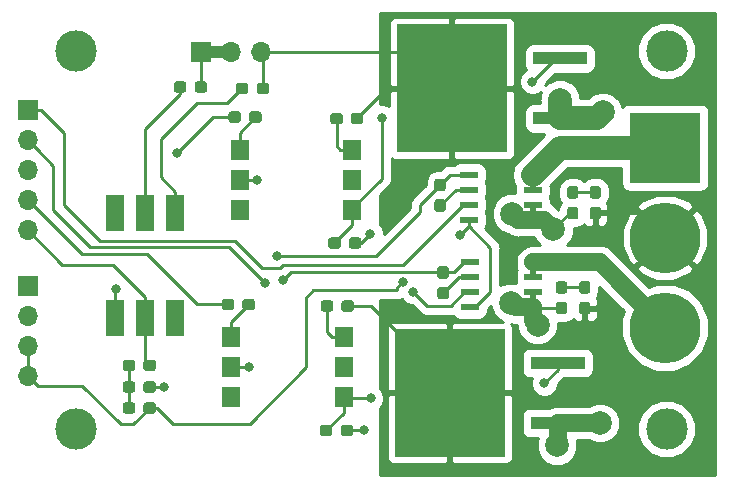
<source format=gbr>
G04 #@! TF.GenerationSoftware,KiCad,Pcbnew,5.0.0+dfsg1-2*
G04 #@! TF.CreationDate,2018-11-18T20:59:02-06:00*
G04 #@! TF.ProjectId,dimmer-2ch,64696D6D65722D3263682E6B69636164,rev?*
G04 #@! TF.SameCoordinates,Original*
G04 #@! TF.FileFunction,Copper,L1,Top,Signal*
G04 #@! TF.FilePolarity,Positive*
%FSLAX46Y46*%
G04 Gerber Fmt 4.6, Leading zero omitted, Abs format (unit mm)*
G04 Created by KiCad (PCBNEW 5.0.0+dfsg1-2) date Sun Nov 18 20:59:02 2018*
%MOMM*%
%LPD*%
G01*
G04 APERTURE LIST*
G04 #@! TA.AperFunction,SMDPad,CuDef*
%ADD10R,1.550000X0.600000*%
G04 #@! TD*
G04 #@! TA.AperFunction,SMDPad,CuDef*
%ADD11R,9.400000X10.800000*%
G04 #@! TD*
G04 #@! TA.AperFunction,SMDPad,CuDef*
%ADD12R,4.600000X1.100000*%
G04 #@! TD*
G04 #@! TA.AperFunction,ComponentPad*
%ADD13R,5.999480X5.999480*%
G04 #@! TD*
G04 #@! TA.AperFunction,ComponentPad*
%ADD14C,5.999480*%
G04 #@! TD*
G04 #@! TA.AperFunction,SMDPad,CuDef*
%ADD15R,1.600000X3.100000*%
G04 #@! TD*
G04 #@! TA.AperFunction,Conductor*
%ADD16C,0.100000*%
G04 #@! TD*
G04 #@! TA.AperFunction,SMDPad,CuDef*
%ADD17C,0.950000*%
G04 #@! TD*
G04 #@! TA.AperFunction,SMDPad,CuDef*
%ADD18R,1.500000X1.780000*%
G04 #@! TD*
G04 #@! TA.AperFunction,ComponentPad*
%ADD19R,1.700000X1.700000*%
G04 #@! TD*
G04 #@! TA.AperFunction,ComponentPad*
%ADD20O,1.700000X1.700000*%
G04 #@! TD*
G04 #@! TA.AperFunction,ViaPad*
%ADD21C,3.500000*%
G04 #@! TD*
G04 #@! TA.AperFunction,ViaPad*
%ADD22C,0.800000*%
G04 #@! TD*
G04 #@! TA.AperFunction,ViaPad*
%ADD23C,2.000000*%
G04 #@! TD*
G04 #@! TA.AperFunction,Conductor*
%ADD24C,0.250000*%
G04 #@! TD*
G04 #@! TA.AperFunction,Conductor*
%ADD25C,1.500000*%
G04 #@! TD*
G04 #@! TA.AperFunction,Conductor*
%ADD26C,0.500000*%
G04 #@! TD*
G04 #@! TA.AperFunction,Conductor*
%ADD27C,2.000000*%
G04 #@! TD*
G04 #@! TA.AperFunction,Conductor*
%ADD28C,1.000000*%
G04 #@! TD*
G04 #@! TA.AperFunction,Conductor*
%ADD29C,0.254000*%
G04 #@! TD*
G04 APERTURE END LIST*
D10*
G04 #@! TO.P,U4,8*
G04 #@! TO.N,/5V*
X158780500Y-101155500D03*
G04 #@! TO.P,U4,7*
G04 #@! TO.N,/CURRENT_SENSE_2*
X158780500Y-99885500D03*
G04 #@! TO.P,U4,6*
G04 #@! TO.N,Net-(C3-Pad1)*
X158780500Y-98615500D03*
G04 #@! TO.P,U4,5*
G04 #@! TO.N,GND*
X158780500Y-97345500D03*
G04 #@! TO.P,U4,4*
G04 #@! TO.N,/LINE_OUT_2*
X164180500Y-97345500D03*
G04 #@! TO.P,U4,3*
X164180500Y-98615500D03*
G04 #@! TO.P,U4,2*
G04 #@! TO.N,/current sense 2/IN*
X164180500Y-99885500D03*
G04 #@! TO.P,U4,1*
X164180500Y-101155500D03*
G04 #@! TD*
D11*
G04 #@! TO.P,D2,2*
G04 #@! TO.N,/LINE_IN*
X157343500Y-90043000D03*
D12*
G04 #@! TO.P,D2,3*
G04 #@! TO.N,Net-(D2-Pad3)*
X166493500Y-87503000D03*
G04 #@! TO.P,D2,1*
G04 #@! TO.N,/current sense 2/IN*
X166493500Y-92583000D03*
G04 #@! TD*
D10*
G04 #@! TO.P,U1,8*
G04 #@! TO.N,/5V*
X158844000Y-108585000D03*
G04 #@! TO.P,U1,7*
G04 #@! TO.N,/CURRENT_SENSE_1*
X158844000Y-107315000D03*
G04 #@! TO.P,U1,6*
G04 #@! TO.N,Net-(C1-Pad1)*
X158844000Y-106045000D03*
G04 #@! TO.P,U1,5*
G04 #@! TO.N,GND*
X158844000Y-104775000D03*
G04 #@! TO.P,U1,4*
G04 #@! TO.N,/LINE_OUT_1*
X164244000Y-104775000D03*
G04 #@! TO.P,U1,3*
X164244000Y-106045000D03*
G04 #@! TO.P,U1,2*
G04 #@! TO.N,/current sense 1/IN*
X164244000Y-107315000D03*
G04 #@! TO.P,U1,1*
X164244000Y-108585000D03*
G04 #@! TD*
D13*
G04 #@! TO.P,J2,1*
G04 #@! TO.N,/LINE_OUT_2*
X175387000Y-95059500D03*
D14*
G04 #@! TO.P,J2,2*
G04 #@! TO.N,/LINE_IN*
X175387000Y-102679500D03*
G04 #@! TO.P,J2,3*
G04 #@! TO.N,/LINE_OUT_1*
X175387000Y-110299500D03*
G04 #@! TD*
D15*
G04 #@! TO.P,U3,6*
G04 #@! TO.N,N/C*
X133921500Y-109474000D03*
G04 #@! TO.P,U3,3*
X128841500Y-100584000D03*
G04 #@! TO.P,U3,5*
G04 #@! TO.N,/ZEROCROSS*
X131381500Y-109474000D03*
G04 #@! TO.P,U3,2*
G04 #@! TO.N,Net-(R6-Pad1)*
X131381500Y-100584000D03*
G04 #@! TO.P,U3,4*
G04 #@! TO.N,GND*
X128841500Y-109474000D03*
G04 #@! TO.P,U3,1*
G04 #@! TO.N,Net-(R5-Pad1)*
X133921500Y-100584000D03*
G04 #@! TD*
D16*
G04 #@! TO.N,/current sense 2/IN*
G04 #@! TO.C,C4*
G36*
X167837279Y-100060144D02*
X167860334Y-100063563D01*
X167882943Y-100069227D01*
X167904887Y-100077079D01*
X167925957Y-100087044D01*
X167945948Y-100099026D01*
X167964668Y-100112910D01*
X167981938Y-100128562D01*
X167997590Y-100145832D01*
X168011474Y-100164552D01*
X168023456Y-100184543D01*
X168033421Y-100205613D01*
X168041273Y-100227557D01*
X168046937Y-100250166D01*
X168050356Y-100273221D01*
X168051500Y-100296500D01*
X168051500Y-100871500D01*
X168050356Y-100894779D01*
X168046937Y-100917834D01*
X168041273Y-100940443D01*
X168033421Y-100962387D01*
X168023456Y-100983457D01*
X168011474Y-101003448D01*
X167997590Y-101022168D01*
X167981938Y-101039438D01*
X167964668Y-101055090D01*
X167945948Y-101068974D01*
X167925957Y-101080956D01*
X167904887Y-101090921D01*
X167882943Y-101098773D01*
X167860334Y-101104437D01*
X167837279Y-101107856D01*
X167814000Y-101109000D01*
X167339000Y-101109000D01*
X167315721Y-101107856D01*
X167292666Y-101104437D01*
X167270057Y-101098773D01*
X167248113Y-101090921D01*
X167227043Y-101080956D01*
X167207052Y-101068974D01*
X167188332Y-101055090D01*
X167171062Y-101039438D01*
X167155410Y-101022168D01*
X167141526Y-101003448D01*
X167129544Y-100983457D01*
X167119579Y-100962387D01*
X167111727Y-100940443D01*
X167106063Y-100917834D01*
X167102644Y-100894779D01*
X167101500Y-100871500D01*
X167101500Y-100296500D01*
X167102644Y-100273221D01*
X167106063Y-100250166D01*
X167111727Y-100227557D01*
X167119579Y-100205613D01*
X167129544Y-100184543D01*
X167141526Y-100164552D01*
X167155410Y-100145832D01*
X167171062Y-100128562D01*
X167188332Y-100112910D01*
X167207052Y-100099026D01*
X167227043Y-100087044D01*
X167248113Y-100077079D01*
X167270057Y-100069227D01*
X167292666Y-100063563D01*
X167315721Y-100060144D01*
X167339000Y-100059000D01*
X167814000Y-100059000D01*
X167837279Y-100060144D01*
X167837279Y-100060144D01*
G37*
D17*
G04 #@! TD*
G04 #@! TO.P,C4,2*
G04 #@! TO.N,/current sense 2/IN*
X167576500Y-100584000D03*
D16*
G04 #@! TO.N,Net-(C4-Pad1)*
G04 #@! TO.C,C4*
G36*
X167837279Y-98310144D02*
X167860334Y-98313563D01*
X167882943Y-98319227D01*
X167904887Y-98327079D01*
X167925957Y-98337044D01*
X167945948Y-98349026D01*
X167964668Y-98362910D01*
X167981938Y-98378562D01*
X167997590Y-98395832D01*
X168011474Y-98414552D01*
X168023456Y-98434543D01*
X168033421Y-98455613D01*
X168041273Y-98477557D01*
X168046937Y-98500166D01*
X168050356Y-98523221D01*
X168051500Y-98546500D01*
X168051500Y-99121500D01*
X168050356Y-99144779D01*
X168046937Y-99167834D01*
X168041273Y-99190443D01*
X168033421Y-99212387D01*
X168023456Y-99233457D01*
X168011474Y-99253448D01*
X167997590Y-99272168D01*
X167981938Y-99289438D01*
X167964668Y-99305090D01*
X167945948Y-99318974D01*
X167925957Y-99330956D01*
X167904887Y-99340921D01*
X167882943Y-99348773D01*
X167860334Y-99354437D01*
X167837279Y-99357856D01*
X167814000Y-99359000D01*
X167339000Y-99359000D01*
X167315721Y-99357856D01*
X167292666Y-99354437D01*
X167270057Y-99348773D01*
X167248113Y-99340921D01*
X167227043Y-99330956D01*
X167207052Y-99318974D01*
X167188332Y-99305090D01*
X167171062Y-99289438D01*
X167155410Y-99272168D01*
X167141526Y-99253448D01*
X167129544Y-99233457D01*
X167119579Y-99212387D01*
X167111727Y-99190443D01*
X167106063Y-99167834D01*
X167102644Y-99144779D01*
X167101500Y-99121500D01*
X167101500Y-98546500D01*
X167102644Y-98523221D01*
X167106063Y-98500166D01*
X167111727Y-98477557D01*
X167119579Y-98455613D01*
X167129544Y-98434543D01*
X167141526Y-98414552D01*
X167155410Y-98395832D01*
X167171062Y-98378562D01*
X167188332Y-98362910D01*
X167207052Y-98349026D01*
X167227043Y-98337044D01*
X167248113Y-98327079D01*
X167270057Y-98319227D01*
X167292666Y-98313563D01*
X167315721Y-98310144D01*
X167339000Y-98309000D01*
X167814000Y-98309000D01*
X167837279Y-98310144D01*
X167837279Y-98310144D01*
G37*
D17*
G04 #@! TD*
G04 #@! TO.P,C4,1*
G04 #@! TO.N,Net-(C4-Pad1)*
X167576500Y-98834000D03*
D16*
G04 #@! TO.N,GND*
G04 #@! TO.C,C3*
G36*
X156597779Y-97675144D02*
X156620834Y-97678563D01*
X156643443Y-97684227D01*
X156665387Y-97692079D01*
X156686457Y-97702044D01*
X156706448Y-97714026D01*
X156725168Y-97727910D01*
X156742438Y-97743562D01*
X156758090Y-97760832D01*
X156771974Y-97779552D01*
X156783956Y-97799543D01*
X156793921Y-97820613D01*
X156801773Y-97842557D01*
X156807437Y-97865166D01*
X156810856Y-97888221D01*
X156812000Y-97911500D01*
X156812000Y-98486500D01*
X156810856Y-98509779D01*
X156807437Y-98532834D01*
X156801773Y-98555443D01*
X156793921Y-98577387D01*
X156783956Y-98598457D01*
X156771974Y-98618448D01*
X156758090Y-98637168D01*
X156742438Y-98654438D01*
X156725168Y-98670090D01*
X156706448Y-98683974D01*
X156686457Y-98695956D01*
X156665387Y-98705921D01*
X156643443Y-98713773D01*
X156620834Y-98719437D01*
X156597779Y-98722856D01*
X156574500Y-98724000D01*
X156099500Y-98724000D01*
X156076221Y-98722856D01*
X156053166Y-98719437D01*
X156030557Y-98713773D01*
X156008613Y-98705921D01*
X155987543Y-98695956D01*
X155967552Y-98683974D01*
X155948832Y-98670090D01*
X155931562Y-98654438D01*
X155915910Y-98637168D01*
X155902026Y-98618448D01*
X155890044Y-98598457D01*
X155880079Y-98577387D01*
X155872227Y-98555443D01*
X155866563Y-98532834D01*
X155863144Y-98509779D01*
X155862000Y-98486500D01*
X155862000Y-97911500D01*
X155863144Y-97888221D01*
X155866563Y-97865166D01*
X155872227Y-97842557D01*
X155880079Y-97820613D01*
X155890044Y-97799543D01*
X155902026Y-97779552D01*
X155915910Y-97760832D01*
X155931562Y-97743562D01*
X155948832Y-97727910D01*
X155967552Y-97714026D01*
X155987543Y-97702044D01*
X156008613Y-97692079D01*
X156030557Y-97684227D01*
X156053166Y-97678563D01*
X156076221Y-97675144D01*
X156099500Y-97674000D01*
X156574500Y-97674000D01*
X156597779Y-97675144D01*
X156597779Y-97675144D01*
G37*
D17*
G04 #@! TD*
G04 #@! TO.P,C3,2*
G04 #@! TO.N,GND*
X156337000Y-98199000D03*
D16*
G04 #@! TO.N,Net-(C3-Pad1)*
G04 #@! TO.C,C3*
G36*
X156597779Y-99425144D02*
X156620834Y-99428563D01*
X156643443Y-99434227D01*
X156665387Y-99442079D01*
X156686457Y-99452044D01*
X156706448Y-99464026D01*
X156725168Y-99477910D01*
X156742438Y-99493562D01*
X156758090Y-99510832D01*
X156771974Y-99529552D01*
X156783956Y-99549543D01*
X156793921Y-99570613D01*
X156801773Y-99592557D01*
X156807437Y-99615166D01*
X156810856Y-99638221D01*
X156812000Y-99661500D01*
X156812000Y-100236500D01*
X156810856Y-100259779D01*
X156807437Y-100282834D01*
X156801773Y-100305443D01*
X156793921Y-100327387D01*
X156783956Y-100348457D01*
X156771974Y-100368448D01*
X156758090Y-100387168D01*
X156742438Y-100404438D01*
X156725168Y-100420090D01*
X156706448Y-100433974D01*
X156686457Y-100445956D01*
X156665387Y-100455921D01*
X156643443Y-100463773D01*
X156620834Y-100469437D01*
X156597779Y-100472856D01*
X156574500Y-100474000D01*
X156099500Y-100474000D01*
X156076221Y-100472856D01*
X156053166Y-100469437D01*
X156030557Y-100463773D01*
X156008613Y-100455921D01*
X155987543Y-100445956D01*
X155967552Y-100433974D01*
X155948832Y-100420090D01*
X155931562Y-100404438D01*
X155915910Y-100387168D01*
X155902026Y-100368448D01*
X155890044Y-100348457D01*
X155880079Y-100327387D01*
X155872227Y-100305443D01*
X155866563Y-100282834D01*
X155863144Y-100259779D01*
X155862000Y-100236500D01*
X155862000Y-99661500D01*
X155863144Y-99638221D01*
X155866563Y-99615166D01*
X155872227Y-99592557D01*
X155880079Y-99570613D01*
X155890044Y-99549543D01*
X155902026Y-99529552D01*
X155915910Y-99510832D01*
X155931562Y-99493562D01*
X155948832Y-99477910D01*
X155967552Y-99464026D01*
X155987543Y-99452044D01*
X156008613Y-99442079D01*
X156030557Y-99434227D01*
X156053166Y-99428563D01*
X156076221Y-99425144D01*
X156099500Y-99424000D01*
X156574500Y-99424000D01*
X156597779Y-99425144D01*
X156597779Y-99425144D01*
G37*
D17*
G04 #@! TD*
G04 #@! TO.P,C3,1*
G04 #@! TO.N,Net-(C3-Pad1)*
X156337000Y-99949000D03*
D16*
G04 #@! TO.N,/current sense 1/IN*
G04 #@! TO.C,C2*
G36*
X166884779Y-108110644D02*
X166907834Y-108114063D01*
X166930443Y-108119727D01*
X166952387Y-108127579D01*
X166973457Y-108137544D01*
X166993448Y-108149526D01*
X167012168Y-108163410D01*
X167029438Y-108179062D01*
X167045090Y-108196332D01*
X167058974Y-108215052D01*
X167070956Y-108235043D01*
X167080921Y-108256113D01*
X167088773Y-108278057D01*
X167094437Y-108300666D01*
X167097856Y-108323721D01*
X167099000Y-108347000D01*
X167099000Y-108922000D01*
X167097856Y-108945279D01*
X167094437Y-108968334D01*
X167088773Y-108990943D01*
X167080921Y-109012887D01*
X167070956Y-109033957D01*
X167058974Y-109053948D01*
X167045090Y-109072668D01*
X167029438Y-109089938D01*
X167012168Y-109105590D01*
X166993448Y-109119474D01*
X166973457Y-109131456D01*
X166952387Y-109141421D01*
X166930443Y-109149273D01*
X166907834Y-109154937D01*
X166884779Y-109158356D01*
X166861500Y-109159500D01*
X166386500Y-109159500D01*
X166363221Y-109158356D01*
X166340166Y-109154937D01*
X166317557Y-109149273D01*
X166295613Y-109141421D01*
X166274543Y-109131456D01*
X166254552Y-109119474D01*
X166235832Y-109105590D01*
X166218562Y-109089938D01*
X166202910Y-109072668D01*
X166189026Y-109053948D01*
X166177044Y-109033957D01*
X166167079Y-109012887D01*
X166159227Y-108990943D01*
X166153563Y-108968334D01*
X166150144Y-108945279D01*
X166149000Y-108922000D01*
X166149000Y-108347000D01*
X166150144Y-108323721D01*
X166153563Y-108300666D01*
X166159227Y-108278057D01*
X166167079Y-108256113D01*
X166177044Y-108235043D01*
X166189026Y-108215052D01*
X166202910Y-108196332D01*
X166218562Y-108179062D01*
X166235832Y-108163410D01*
X166254552Y-108149526D01*
X166274543Y-108137544D01*
X166295613Y-108127579D01*
X166317557Y-108119727D01*
X166340166Y-108114063D01*
X166363221Y-108110644D01*
X166386500Y-108109500D01*
X166861500Y-108109500D01*
X166884779Y-108110644D01*
X166884779Y-108110644D01*
G37*
D17*
G04 #@! TD*
G04 #@! TO.P,C2,2*
G04 #@! TO.N,/current sense 1/IN*
X166624000Y-108634500D03*
D16*
G04 #@! TO.N,Net-(C2-Pad1)*
G04 #@! TO.C,C2*
G36*
X166884779Y-106360644D02*
X166907834Y-106364063D01*
X166930443Y-106369727D01*
X166952387Y-106377579D01*
X166973457Y-106387544D01*
X166993448Y-106399526D01*
X167012168Y-106413410D01*
X167029438Y-106429062D01*
X167045090Y-106446332D01*
X167058974Y-106465052D01*
X167070956Y-106485043D01*
X167080921Y-106506113D01*
X167088773Y-106528057D01*
X167094437Y-106550666D01*
X167097856Y-106573721D01*
X167099000Y-106597000D01*
X167099000Y-107172000D01*
X167097856Y-107195279D01*
X167094437Y-107218334D01*
X167088773Y-107240943D01*
X167080921Y-107262887D01*
X167070956Y-107283957D01*
X167058974Y-107303948D01*
X167045090Y-107322668D01*
X167029438Y-107339938D01*
X167012168Y-107355590D01*
X166993448Y-107369474D01*
X166973457Y-107381456D01*
X166952387Y-107391421D01*
X166930443Y-107399273D01*
X166907834Y-107404937D01*
X166884779Y-107408356D01*
X166861500Y-107409500D01*
X166386500Y-107409500D01*
X166363221Y-107408356D01*
X166340166Y-107404937D01*
X166317557Y-107399273D01*
X166295613Y-107391421D01*
X166274543Y-107381456D01*
X166254552Y-107369474D01*
X166235832Y-107355590D01*
X166218562Y-107339938D01*
X166202910Y-107322668D01*
X166189026Y-107303948D01*
X166177044Y-107283957D01*
X166167079Y-107262887D01*
X166159227Y-107240943D01*
X166153563Y-107218334D01*
X166150144Y-107195279D01*
X166149000Y-107172000D01*
X166149000Y-106597000D01*
X166150144Y-106573721D01*
X166153563Y-106550666D01*
X166159227Y-106528057D01*
X166167079Y-106506113D01*
X166177044Y-106485043D01*
X166189026Y-106465052D01*
X166202910Y-106446332D01*
X166218562Y-106429062D01*
X166235832Y-106413410D01*
X166254552Y-106399526D01*
X166274543Y-106387544D01*
X166295613Y-106377579D01*
X166317557Y-106369727D01*
X166340166Y-106364063D01*
X166363221Y-106360644D01*
X166386500Y-106359500D01*
X166861500Y-106359500D01*
X166884779Y-106360644D01*
X166884779Y-106360644D01*
G37*
D17*
G04 #@! TD*
G04 #@! TO.P,C2,1*
G04 #@! TO.N,Net-(C2-Pad1)*
X166624000Y-106884500D03*
D16*
G04 #@! TO.N,GND*
G04 #@! TO.C,C1*
G36*
X156851779Y-105090644D02*
X156874834Y-105094063D01*
X156897443Y-105099727D01*
X156919387Y-105107579D01*
X156940457Y-105117544D01*
X156960448Y-105129526D01*
X156979168Y-105143410D01*
X156996438Y-105159062D01*
X157012090Y-105176332D01*
X157025974Y-105195052D01*
X157037956Y-105215043D01*
X157047921Y-105236113D01*
X157055773Y-105258057D01*
X157061437Y-105280666D01*
X157064856Y-105303721D01*
X157066000Y-105327000D01*
X157066000Y-105902000D01*
X157064856Y-105925279D01*
X157061437Y-105948334D01*
X157055773Y-105970943D01*
X157047921Y-105992887D01*
X157037956Y-106013957D01*
X157025974Y-106033948D01*
X157012090Y-106052668D01*
X156996438Y-106069938D01*
X156979168Y-106085590D01*
X156960448Y-106099474D01*
X156940457Y-106111456D01*
X156919387Y-106121421D01*
X156897443Y-106129273D01*
X156874834Y-106134937D01*
X156851779Y-106138356D01*
X156828500Y-106139500D01*
X156353500Y-106139500D01*
X156330221Y-106138356D01*
X156307166Y-106134937D01*
X156284557Y-106129273D01*
X156262613Y-106121421D01*
X156241543Y-106111456D01*
X156221552Y-106099474D01*
X156202832Y-106085590D01*
X156185562Y-106069938D01*
X156169910Y-106052668D01*
X156156026Y-106033948D01*
X156144044Y-106013957D01*
X156134079Y-105992887D01*
X156126227Y-105970943D01*
X156120563Y-105948334D01*
X156117144Y-105925279D01*
X156116000Y-105902000D01*
X156116000Y-105327000D01*
X156117144Y-105303721D01*
X156120563Y-105280666D01*
X156126227Y-105258057D01*
X156134079Y-105236113D01*
X156144044Y-105215043D01*
X156156026Y-105195052D01*
X156169910Y-105176332D01*
X156185562Y-105159062D01*
X156202832Y-105143410D01*
X156221552Y-105129526D01*
X156241543Y-105117544D01*
X156262613Y-105107579D01*
X156284557Y-105099727D01*
X156307166Y-105094063D01*
X156330221Y-105090644D01*
X156353500Y-105089500D01*
X156828500Y-105089500D01*
X156851779Y-105090644D01*
X156851779Y-105090644D01*
G37*
D17*
G04 #@! TD*
G04 #@! TO.P,C1,2*
G04 #@! TO.N,GND*
X156591000Y-105614500D03*
D16*
G04 #@! TO.N,Net-(C1-Pad1)*
G04 #@! TO.C,C1*
G36*
X156851779Y-106840644D02*
X156874834Y-106844063D01*
X156897443Y-106849727D01*
X156919387Y-106857579D01*
X156940457Y-106867544D01*
X156960448Y-106879526D01*
X156979168Y-106893410D01*
X156996438Y-106909062D01*
X157012090Y-106926332D01*
X157025974Y-106945052D01*
X157037956Y-106965043D01*
X157047921Y-106986113D01*
X157055773Y-107008057D01*
X157061437Y-107030666D01*
X157064856Y-107053721D01*
X157066000Y-107077000D01*
X157066000Y-107652000D01*
X157064856Y-107675279D01*
X157061437Y-107698334D01*
X157055773Y-107720943D01*
X157047921Y-107742887D01*
X157037956Y-107763957D01*
X157025974Y-107783948D01*
X157012090Y-107802668D01*
X156996438Y-107819938D01*
X156979168Y-107835590D01*
X156960448Y-107849474D01*
X156940457Y-107861456D01*
X156919387Y-107871421D01*
X156897443Y-107879273D01*
X156874834Y-107884937D01*
X156851779Y-107888356D01*
X156828500Y-107889500D01*
X156353500Y-107889500D01*
X156330221Y-107888356D01*
X156307166Y-107884937D01*
X156284557Y-107879273D01*
X156262613Y-107871421D01*
X156241543Y-107861456D01*
X156221552Y-107849474D01*
X156202832Y-107835590D01*
X156185562Y-107819938D01*
X156169910Y-107802668D01*
X156156026Y-107783948D01*
X156144044Y-107763957D01*
X156134079Y-107742887D01*
X156126227Y-107720943D01*
X156120563Y-107698334D01*
X156117144Y-107675279D01*
X156116000Y-107652000D01*
X156116000Y-107077000D01*
X156117144Y-107053721D01*
X156120563Y-107030666D01*
X156126227Y-107008057D01*
X156134079Y-106986113D01*
X156144044Y-106965043D01*
X156156026Y-106945052D01*
X156169910Y-106926332D01*
X156185562Y-106909062D01*
X156202832Y-106893410D01*
X156221552Y-106879526D01*
X156241543Y-106867544D01*
X156262613Y-106857579D01*
X156284557Y-106849727D01*
X156307166Y-106844063D01*
X156330221Y-106840644D01*
X156353500Y-106839500D01*
X156828500Y-106839500D01*
X156851779Y-106840644D01*
X156851779Y-106840644D01*
G37*
D17*
G04 #@! TD*
G04 #@! TO.P,C1,1*
G04 #@! TO.N,Net-(C1-Pad1)*
X156591000Y-107364500D03*
D16*
G04 #@! TO.N,Net-(C4-Pad1)*
G04 #@! TO.C,R13*
G36*
X169742279Y-98310144D02*
X169765334Y-98313563D01*
X169787943Y-98319227D01*
X169809887Y-98327079D01*
X169830957Y-98337044D01*
X169850948Y-98349026D01*
X169869668Y-98362910D01*
X169886938Y-98378562D01*
X169902590Y-98395832D01*
X169916474Y-98414552D01*
X169928456Y-98434543D01*
X169938421Y-98455613D01*
X169946273Y-98477557D01*
X169951937Y-98500166D01*
X169955356Y-98523221D01*
X169956500Y-98546500D01*
X169956500Y-99121500D01*
X169955356Y-99144779D01*
X169951937Y-99167834D01*
X169946273Y-99190443D01*
X169938421Y-99212387D01*
X169928456Y-99233457D01*
X169916474Y-99253448D01*
X169902590Y-99272168D01*
X169886938Y-99289438D01*
X169869668Y-99305090D01*
X169850948Y-99318974D01*
X169830957Y-99330956D01*
X169809887Y-99340921D01*
X169787943Y-99348773D01*
X169765334Y-99354437D01*
X169742279Y-99357856D01*
X169719000Y-99359000D01*
X169244000Y-99359000D01*
X169220721Y-99357856D01*
X169197666Y-99354437D01*
X169175057Y-99348773D01*
X169153113Y-99340921D01*
X169132043Y-99330956D01*
X169112052Y-99318974D01*
X169093332Y-99305090D01*
X169076062Y-99289438D01*
X169060410Y-99272168D01*
X169046526Y-99253448D01*
X169034544Y-99233457D01*
X169024579Y-99212387D01*
X169016727Y-99190443D01*
X169011063Y-99167834D01*
X169007644Y-99144779D01*
X169006500Y-99121500D01*
X169006500Y-98546500D01*
X169007644Y-98523221D01*
X169011063Y-98500166D01*
X169016727Y-98477557D01*
X169024579Y-98455613D01*
X169034544Y-98434543D01*
X169046526Y-98414552D01*
X169060410Y-98395832D01*
X169076062Y-98378562D01*
X169093332Y-98362910D01*
X169112052Y-98349026D01*
X169132043Y-98337044D01*
X169153113Y-98327079D01*
X169175057Y-98319227D01*
X169197666Y-98313563D01*
X169220721Y-98310144D01*
X169244000Y-98309000D01*
X169719000Y-98309000D01*
X169742279Y-98310144D01*
X169742279Y-98310144D01*
G37*
D17*
G04 #@! TD*
G04 #@! TO.P,R13,2*
G04 #@! TO.N,Net-(C4-Pad1)*
X169481500Y-98834000D03*
D16*
G04 #@! TO.N,/LINE_IN*
G04 #@! TO.C,R13*
G36*
X169742279Y-100060144D02*
X169765334Y-100063563D01*
X169787943Y-100069227D01*
X169809887Y-100077079D01*
X169830957Y-100087044D01*
X169850948Y-100099026D01*
X169869668Y-100112910D01*
X169886938Y-100128562D01*
X169902590Y-100145832D01*
X169916474Y-100164552D01*
X169928456Y-100184543D01*
X169938421Y-100205613D01*
X169946273Y-100227557D01*
X169951937Y-100250166D01*
X169955356Y-100273221D01*
X169956500Y-100296500D01*
X169956500Y-100871500D01*
X169955356Y-100894779D01*
X169951937Y-100917834D01*
X169946273Y-100940443D01*
X169938421Y-100962387D01*
X169928456Y-100983457D01*
X169916474Y-101003448D01*
X169902590Y-101022168D01*
X169886938Y-101039438D01*
X169869668Y-101055090D01*
X169850948Y-101068974D01*
X169830957Y-101080956D01*
X169809887Y-101090921D01*
X169787943Y-101098773D01*
X169765334Y-101104437D01*
X169742279Y-101107856D01*
X169719000Y-101109000D01*
X169244000Y-101109000D01*
X169220721Y-101107856D01*
X169197666Y-101104437D01*
X169175057Y-101098773D01*
X169153113Y-101090921D01*
X169132043Y-101080956D01*
X169112052Y-101068974D01*
X169093332Y-101055090D01*
X169076062Y-101039438D01*
X169060410Y-101022168D01*
X169046526Y-101003448D01*
X169034544Y-100983457D01*
X169024579Y-100962387D01*
X169016727Y-100940443D01*
X169011063Y-100917834D01*
X169007644Y-100894779D01*
X169006500Y-100871500D01*
X169006500Y-100296500D01*
X169007644Y-100273221D01*
X169011063Y-100250166D01*
X169016727Y-100227557D01*
X169024579Y-100205613D01*
X169034544Y-100184543D01*
X169046526Y-100164552D01*
X169060410Y-100145832D01*
X169076062Y-100128562D01*
X169093332Y-100112910D01*
X169112052Y-100099026D01*
X169132043Y-100087044D01*
X169153113Y-100077079D01*
X169175057Y-100069227D01*
X169197666Y-100063563D01*
X169220721Y-100060144D01*
X169244000Y-100059000D01*
X169719000Y-100059000D01*
X169742279Y-100060144D01*
X169742279Y-100060144D01*
G37*
D17*
G04 #@! TD*
G04 #@! TO.P,R13,1*
G04 #@! TO.N,/LINE_IN*
X169481500Y-100584000D03*
D16*
G04 #@! TO.N,Net-(R11-Pad2)*
G04 #@! TO.C,R11*
G36*
X147884779Y-92109144D02*
X147907834Y-92112563D01*
X147930443Y-92118227D01*
X147952387Y-92126079D01*
X147973457Y-92136044D01*
X147993448Y-92148026D01*
X148012168Y-92161910D01*
X148029438Y-92177562D01*
X148045090Y-92194832D01*
X148058974Y-92213552D01*
X148070956Y-92233543D01*
X148080921Y-92254613D01*
X148088773Y-92276557D01*
X148094437Y-92299166D01*
X148097856Y-92322221D01*
X148099000Y-92345500D01*
X148099000Y-92820500D01*
X148097856Y-92843779D01*
X148094437Y-92866834D01*
X148088773Y-92889443D01*
X148080921Y-92911387D01*
X148070956Y-92932457D01*
X148058974Y-92952448D01*
X148045090Y-92971168D01*
X148029438Y-92988438D01*
X148012168Y-93004090D01*
X147993448Y-93017974D01*
X147973457Y-93029956D01*
X147952387Y-93039921D01*
X147930443Y-93047773D01*
X147907834Y-93053437D01*
X147884779Y-93056856D01*
X147861500Y-93058000D01*
X147286500Y-93058000D01*
X147263221Y-93056856D01*
X147240166Y-93053437D01*
X147217557Y-93047773D01*
X147195613Y-93039921D01*
X147174543Y-93029956D01*
X147154552Y-93017974D01*
X147135832Y-93004090D01*
X147118562Y-92988438D01*
X147102910Y-92971168D01*
X147089026Y-92952448D01*
X147077044Y-92932457D01*
X147067079Y-92911387D01*
X147059227Y-92889443D01*
X147053563Y-92866834D01*
X147050144Y-92843779D01*
X147049000Y-92820500D01*
X147049000Y-92345500D01*
X147050144Y-92322221D01*
X147053563Y-92299166D01*
X147059227Y-92276557D01*
X147067079Y-92254613D01*
X147077044Y-92233543D01*
X147089026Y-92213552D01*
X147102910Y-92194832D01*
X147118562Y-92177562D01*
X147135832Y-92161910D01*
X147154552Y-92148026D01*
X147174543Y-92136044D01*
X147195613Y-92126079D01*
X147217557Y-92118227D01*
X147240166Y-92112563D01*
X147263221Y-92109144D01*
X147286500Y-92108000D01*
X147861500Y-92108000D01*
X147884779Y-92109144D01*
X147884779Y-92109144D01*
G37*
D17*
G04 #@! TD*
G04 #@! TO.P,R11,2*
G04 #@! TO.N,Net-(R11-Pad2)*
X147574000Y-92583000D03*
D16*
G04 #@! TO.N,/LINE_IN*
G04 #@! TO.C,R11*
G36*
X149634779Y-92109144D02*
X149657834Y-92112563D01*
X149680443Y-92118227D01*
X149702387Y-92126079D01*
X149723457Y-92136044D01*
X149743448Y-92148026D01*
X149762168Y-92161910D01*
X149779438Y-92177562D01*
X149795090Y-92194832D01*
X149808974Y-92213552D01*
X149820956Y-92233543D01*
X149830921Y-92254613D01*
X149838773Y-92276557D01*
X149844437Y-92299166D01*
X149847856Y-92322221D01*
X149849000Y-92345500D01*
X149849000Y-92820500D01*
X149847856Y-92843779D01*
X149844437Y-92866834D01*
X149838773Y-92889443D01*
X149830921Y-92911387D01*
X149820956Y-92932457D01*
X149808974Y-92952448D01*
X149795090Y-92971168D01*
X149779438Y-92988438D01*
X149762168Y-93004090D01*
X149743448Y-93017974D01*
X149723457Y-93029956D01*
X149702387Y-93039921D01*
X149680443Y-93047773D01*
X149657834Y-93053437D01*
X149634779Y-93056856D01*
X149611500Y-93058000D01*
X149036500Y-93058000D01*
X149013221Y-93056856D01*
X148990166Y-93053437D01*
X148967557Y-93047773D01*
X148945613Y-93039921D01*
X148924543Y-93029956D01*
X148904552Y-93017974D01*
X148885832Y-93004090D01*
X148868562Y-92988438D01*
X148852910Y-92971168D01*
X148839026Y-92952448D01*
X148827044Y-92932457D01*
X148817079Y-92911387D01*
X148809227Y-92889443D01*
X148803563Y-92866834D01*
X148800144Y-92843779D01*
X148799000Y-92820500D01*
X148799000Y-92345500D01*
X148800144Y-92322221D01*
X148803563Y-92299166D01*
X148809227Y-92276557D01*
X148817079Y-92254613D01*
X148827044Y-92233543D01*
X148839026Y-92213552D01*
X148852910Y-92194832D01*
X148868562Y-92177562D01*
X148885832Y-92161910D01*
X148904552Y-92148026D01*
X148924543Y-92136044D01*
X148945613Y-92126079D01*
X148967557Y-92118227D01*
X148990166Y-92112563D01*
X149013221Y-92109144D01*
X149036500Y-92108000D01*
X149611500Y-92108000D01*
X149634779Y-92109144D01*
X149634779Y-92109144D01*
G37*
D17*
G04 #@! TD*
G04 #@! TO.P,R11,1*
G04 #@! TO.N,/LINE_IN*
X149324000Y-92583000D03*
D16*
G04 #@! TO.N,GND*
G04 #@! TO.C,R9*
G36*
X132059279Y-114842144D02*
X132082334Y-114845563D01*
X132104943Y-114851227D01*
X132126887Y-114859079D01*
X132147957Y-114869044D01*
X132167948Y-114881026D01*
X132186668Y-114894910D01*
X132203938Y-114910562D01*
X132219590Y-114927832D01*
X132233474Y-114946552D01*
X132245456Y-114966543D01*
X132255421Y-114987613D01*
X132263273Y-115009557D01*
X132268937Y-115032166D01*
X132272356Y-115055221D01*
X132273500Y-115078500D01*
X132273500Y-115553500D01*
X132272356Y-115576779D01*
X132268937Y-115599834D01*
X132263273Y-115622443D01*
X132255421Y-115644387D01*
X132245456Y-115665457D01*
X132233474Y-115685448D01*
X132219590Y-115704168D01*
X132203938Y-115721438D01*
X132186668Y-115737090D01*
X132167948Y-115750974D01*
X132147957Y-115762956D01*
X132126887Y-115772921D01*
X132104943Y-115780773D01*
X132082334Y-115786437D01*
X132059279Y-115789856D01*
X132036000Y-115791000D01*
X131461000Y-115791000D01*
X131437721Y-115789856D01*
X131414666Y-115786437D01*
X131392057Y-115780773D01*
X131370113Y-115772921D01*
X131349043Y-115762956D01*
X131329052Y-115750974D01*
X131310332Y-115737090D01*
X131293062Y-115721438D01*
X131277410Y-115704168D01*
X131263526Y-115685448D01*
X131251544Y-115665457D01*
X131241579Y-115644387D01*
X131233727Y-115622443D01*
X131228063Y-115599834D01*
X131224644Y-115576779D01*
X131223500Y-115553500D01*
X131223500Y-115078500D01*
X131224644Y-115055221D01*
X131228063Y-115032166D01*
X131233727Y-115009557D01*
X131241579Y-114987613D01*
X131251544Y-114966543D01*
X131263526Y-114946552D01*
X131277410Y-114927832D01*
X131293062Y-114910562D01*
X131310332Y-114894910D01*
X131329052Y-114881026D01*
X131349043Y-114869044D01*
X131370113Y-114859079D01*
X131392057Y-114851227D01*
X131414666Y-114845563D01*
X131437721Y-114842144D01*
X131461000Y-114841000D01*
X132036000Y-114841000D01*
X132059279Y-114842144D01*
X132059279Y-114842144D01*
G37*
D17*
G04 #@! TD*
G04 #@! TO.P,R9,2*
G04 #@! TO.N,GND*
X131748500Y-115316000D03*
D16*
G04 #@! TO.N,Net-(R7-Pad2)*
G04 #@! TO.C,R9*
G36*
X130309279Y-114842144D02*
X130332334Y-114845563D01*
X130354943Y-114851227D01*
X130376887Y-114859079D01*
X130397957Y-114869044D01*
X130417948Y-114881026D01*
X130436668Y-114894910D01*
X130453938Y-114910562D01*
X130469590Y-114927832D01*
X130483474Y-114946552D01*
X130495456Y-114966543D01*
X130505421Y-114987613D01*
X130513273Y-115009557D01*
X130518937Y-115032166D01*
X130522356Y-115055221D01*
X130523500Y-115078500D01*
X130523500Y-115553500D01*
X130522356Y-115576779D01*
X130518937Y-115599834D01*
X130513273Y-115622443D01*
X130505421Y-115644387D01*
X130495456Y-115665457D01*
X130483474Y-115685448D01*
X130469590Y-115704168D01*
X130453938Y-115721438D01*
X130436668Y-115737090D01*
X130417948Y-115750974D01*
X130397957Y-115762956D01*
X130376887Y-115772921D01*
X130354943Y-115780773D01*
X130332334Y-115786437D01*
X130309279Y-115789856D01*
X130286000Y-115791000D01*
X129711000Y-115791000D01*
X129687721Y-115789856D01*
X129664666Y-115786437D01*
X129642057Y-115780773D01*
X129620113Y-115772921D01*
X129599043Y-115762956D01*
X129579052Y-115750974D01*
X129560332Y-115737090D01*
X129543062Y-115721438D01*
X129527410Y-115704168D01*
X129513526Y-115685448D01*
X129501544Y-115665457D01*
X129491579Y-115644387D01*
X129483727Y-115622443D01*
X129478063Y-115599834D01*
X129474644Y-115576779D01*
X129473500Y-115553500D01*
X129473500Y-115078500D01*
X129474644Y-115055221D01*
X129478063Y-115032166D01*
X129483727Y-115009557D01*
X129491579Y-114987613D01*
X129501544Y-114966543D01*
X129513526Y-114946552D01*
X129527410Y-114927832D01*
X129543062Y-114910562D01*
X129560332Y-114894910D01*
X129579052Y-114881026D01*
X129599043Y-114869044D01*
X129620113Y-114859079D01*
X129642057Y-114851227D01*
X129664666Y-114845563D01*
X129687721Y-114842144D01*
X129711000Y-114841000D01*
X130286000Y-114841000D01*
X130309279Y-114842144D01*
X130309279Y-114842144D01*
G37*
D17*
G04 #@! TD*
G04 #@! TO.P,R9,1*
G04 #@! TO.N,Net-(R7-Pad2)*
X129998500Y-115316000D03*
D16*
G04 #@! TO.N,Net-(R7-Pad2)*
G04 #@! TO.C,R8*
G36*
X130309279Y-116620144D02*
X130332334Y-116623563D01*
X130354943Y-116629227D01*
X130376887Y-116637079D01*
X130397957Y-116647044D01*
X130417948Y-116659026D01*
X130436668Y-116672910D01*
X130453938Y-116688562D01*
X130469590Y-116705832D01*
X130483474Y-116724552D01*
X130495456Y-116744543D01*
X130505421Y-116765613D01*
X130513273Y-116787557D01*
X130518937Y-116810166D01*
X130522356Y-116833221D01*
X130523500Y-116856500D01*
X130523500Y-117331500D01*
X130522356Y-117354779D01*
X130518937Y-117377834D01*
X130513273Y-117400443D01*
X130505421Y-117422387D01*
X130495456Y-117443457D01*
X130483474Y-117463448D01*
X130469590Y-117482168D01*
X130453938Y-117499438D01*
X130436668Y-117515090D01*
X130417948Y-117528974D01*
X130397957Y-117540956D01*
X130376887Y-117550921D01*
X130354943Y-117558773D01*
X130332334Y-117564437D01*
X130309279Y-117567856D01*
X130286000Y-117569000D01*
X129711000Y-117569000D01*
X129687721Y-117567856D01*
X129664666Y-117564437D01*
X129642057Y-117558773D01*
X129620113Y-117550921D01*
X129599043Y-117540956D01*
X129579052Y-117528974D01*
X129560332Y-117515090D01*
X129543062Y-117499438D01*
X129527410Y-117482168D01*
X129513526Y-117463448D01*
X129501544Y-117443457D01*
X129491579Y-117422387D01*
X129483727Y-117400443D01*
X129478063Y-117377834D01*
X129474644Y-117354779D01*
X129473500Y-117331500D01*
X129473500Y-116856500D01*
X129474644Y-116833221D01*
X129478063Y-116810166D01*
X129483727Y-116787557D01*
X129491579Y-116765613D01*
X129501544Y-116744543D01*
X129513526Y-116724552D01*
X129527410Y-116705832D01*
X129543062Y-116688562D01*
X129560332Y-116672910D01*
X129579052Y-116659026D01*
X129599043Y-116647044D01*
X129620113Y-116637079D01*
X129642057Y-116629227D01*
X129664666Y-116623563D01*
X129687721Y-116620144D01*
X129711000Y-116619000D01*
X130286000Y-116619000D01*
X130309279Y-116620144D01*
X130309279Y-116620144D01*
G37*
D17*
G04 #@! TD*
G04 #@! TO.P,R8,2*
G04 #@! TO.N,Net-(R7-Pad2)*
X129998500Y-117094000D03*
D16*
G04 #@! TO.N,/5V*
G04 #@! TO.C,R8*
G36*
X132059279Y-116620144D02*
X132082334Y-116623563D01*
X132104943Y-116629227D01*
X132126887Y-116637079D01*
X132147957Y-116647044D01*
X132167948Y-116659026D01*
X132186668Y-116672910D01*
X132203938Y-116688562D01*
X132219590Y-116705832D01*
X132233474Y-116724552D01*
X132245456Y-116744543D01*
X132255421Y-116765613D01*
X132263273Y-116787557D01*
X132268937Y-116810166D01*
X132272356Y-116833221D01*
X132273500Y-116856500D01*
X132273500Y-117331500D01*
X132272356Y-117354779D01*
X132268937Y-117377834D01*
X132263273Y-117400443D01*
X132255421Y-117422387D01*
X132245456Y-117443457D01*
X132233474Y-117463448D01*
X132219590Y-117482168D01*
X132203938Y-117499438D01*
X132186668Y-117515090D01*
X132167948Y-117528974D01*
X132147957Y-117540956D01*
X132126887Y-117550921D01*
X132104943Y-117558773D01*
X132082334Y-117564437D01*
X132059279Y-117567856D01*
X132036000Y-117569000D01*
X131461000Y-117569000D01*
X131437721Y-117567856D01*
X131414666Y-117564437D01*
X131392057Y-117558773D01*
X131370113Y-117550921D01*
X131349043Y-117540956D01*
X131329052Y-117528974D01*
X131310332Y-117515090D01*
X131293062Y-117499438D01*
X131277410Y-117482168D01*
X131263526Y-117463448D01*
X131251544Y-117443457D01*
X131241579Y-117422387D01*
X131233727Y-117400443D01*
X131228063Y-117377834D01*
X131224644Y-117354779D01*
X131223500Y-117331500D01*
X131223500Y-116856500D01*
X131224644Y-116833221D01*
X131228063Y-116810166D01*
X131233727Y-116787557D01*
X131241579Y-116765613D01*
X131251544Y-116744543D01*
X131263526Y-116724552D01*
X131277410Y-116705832D01*
X131293062Y-116688562D01*
X131310332Y-116672910D01*
X131329052Y-116659026D01*
X131349043Y-116647044D01*
X131370113Y-116637079D01*
X131392057Y-116629227D01*
X131414666Y-116623563D01*
X131437721Y-116620144D01*
X131461000Y-116619000D01*
X132036000Y-116619000D01*
X132059279Y-116620144D01*
X132059279Y-116620144D01*
G37*
D17*
G04 #@! TD*
G04 #@! TO.P,R8,1*
G04 #@! TO.N,/5V*
X131748500Y-117094000D03*
D16*
G04 #@! TO.N,Net-(R7-Pad2)*
G04 #@! TO.C,R7*
G36*
X130309279Y-113000644D02*
X130332334Y-113004063D01*
X130354943Y-113009727D01*
X130376887Y-113017579D01*
X130397957Y-113027544D01*
X130417948Y-113039526D01*
X130436668Y-113053410D01*
X130453938Y-113069062D01*
X130469590Y-113086332D01*
X130483474Y-113105052D01*
X130495456Y-113125043D01*
X130505421Y-113146113D01*
X130513273Y-113168057D01*
X130518937Y-113190666D01*
X130522356Y-113213721D01*
X130523500Y-113237000D01*
X130523500Y-113712000D01*
X130522356Y-113735279D01*
X130518937Y-113758334D01*
X130513273Y-113780943D01*
X130505421Y-113802887D01*
X130495456Y-113823957D01*
X130483474Y-113843948D01*
X130469590Y-113862668D01*
X130453938Y-113879938D01*
X130436668Y-113895590D01*
X130417948Y-113909474D01*
X130397957Y-113921456D01*
X130376887Y-113931421D01*
X130354943Y-113939273D01*
X130332334Y-113944937D01*
X130309279Y-113948356D01*
X130286000Y-113949500D01*
X129711000Y-113949500D01*
X129687721Y-113948356D01*
X129664666Y-113944937D01*
X129642057Y-113939273D01*
X129620113Y-113931421D01*
X129599043Y-113921456D01*
X129579052Y-113909474D01*
X129560332Y-113895590D01*
X129543062Y-113879938D01*
X129527410Y-113862668D01*
X129513526Y-113843948D01*
X129501544Y-113823957D01*
X129491579Y-113802887D01*
X129483727Y-113780943D01*
X129478063Y-113758334D01*
X129474644Y-113735279D01*
X129473500Y-113712000D01*
X129473500Y-113237000D01*
X129474644Y-113213721D01*
X129478063Y-113190666D01*
X129483727Y-113168057D01*
X129491579Y-113146113D01*
X129501544Y-113125043D01*
X129513526Y-113105052D01*
X129527410Y-113086332D01*
X129543062Y-113069062D01*
X129560332Y-113053410D01*
X129579052Y-113039526D01*
X129599043Y-113027544D01*
X129620113Y-113017579D01*
X129642057Y-113009727D01*
X129664666Y-113004063D01*
X129687721Y-113000644D01*
X129711000Y-112999500D01*
X130286000Y-112999500D01*
X130309279Y-113000644D01*
X130309279Y-113000644D01*
G37*
D17*
G04 #@! TD*
G04 #@! TO.P,R7,2*
G04 #@! TO.N,Net-(R7-Pad2)*
X129998500Y-113474500D03*
D16*
G04 #@! TO.N,/ZEROCROSS*
G04 #@! TO.C,R7*
G36*
X132059279Y-113000644D02*
X132082334Y-113004063D01*
X132104943Y-113009727D01*
X132126887Y-113017579D01*
X132147957Y-113027544D01*
X132167948Y-113039526D01*
X132186668Y-113053410D01*
X132203938Y-113069062D01*
X132219590Y-113086332D01*
X132233474Y-113105052D01*
X132245456Y-113125043D01*
X132255421Y-113146113D01*
X132263273Y-113168057D01*
X132268937Y-113190666D01*
X132272356Y-113213721D01*
X132273500Y-113237000D01*
X132273500Y-113712000D01*
X132272356Y-113735279D01*
X132268937Y-113758334D01*
X132263273Y-113780943D01*
X132255421Y-113802887D01*
X132245456Y-113823957D01*
X132233474Y-113843948D01*
X132219590Y-113862668D01*
X132203938Y-113879938D01*
X132186668Y-113895590D01*
X132167948Y-113909474D01*
X132147957Y-113921456D01*
X132126887Y-113931421D01*
X132104943Y-113939273D01*
X132082334Y-113944937D01*
X132059279Y-113948356D01*
X132036000Y-113949500D01*
X131461000Y-113949500D01*
X131437721Y-113948356D01*
X131414666Y-113944937D01*
X131392057Y-113939273D01*
X131370113Y-113931421D01*
X131349043Y-113921456D01*
X131329052Y-113909474D01*
X131310332Y-113895590D01*
X131293062Y-113879938D01*
X131277410Y-113862668D01*
X131263526Y-113843948D01*
X131251544Y-113823957D01*
X131241579Y-113802887D01*
X131233727Y-113780943D01*
X131228063Y-113758334D01*
X131224644Y-113735279D01*
X131223500Y-113712000D01*
X131223500Y-113237000D01*
X131224644Y-113213721D01*
X131228063Y-113190666D01*
X131233727Y-113168057D01*
X131241579Y-113146113D01*
X131251544Y-113125043D01*
X131263526Y-113105052D01*
X131277410Y-113086332D01*
X131293062Y-113069062D01*
X131310332Y-113053410D01*
X131329052Y-113039526D01*
X131349043Y-113027544D01*
X131370113Y-113017579D01*
X131392057Y-113009727D01*
X131414666Y-113004063D01*
X131437721Y-113000644D01*
X131461000Y-112999500D01*
X132036000Y-112999500D01*
X132059279Y-113000644D01*
X132059279Y-113000644D01*
G37*
D17*
G04 #@! TD*
G04 #@! TO.P,R7,1*
G04 #@! TO.N,/ZEROCROSS*
X131748500Y-113474500D03*
D16*
G04 #@! TO.N,/NEUTRAL*
G04 #@! TO.C,R6*
G36*
X136391279Y-89442144D02*
X136414334Y-89445563D01*
X136436943Y-89451227D01*
X136458887Y-89459079D01*
X136479957Y-89469044D01*
X136499948Y-89481026D01*
X136518668Y-89494910D01*
X136535938Y-89510562D01*
X136551590Y-89527832D01*
X136565474Y-89546552D01*
X136577456Y-89566543D01*
X136587421Y-89587613D01*
X136595273Y-89609557D01*
X136600937Y-89632166D01*
X136604356Y-89655221D01*
X136605500Y-89678500D01*
X136605500Y-90153500D01*
X136604356Y-90176779D01*
X136600937Y-90199834D01*
X136595273Y-90222443D01*
X136587421Y-90244387D01*
X136577456Y-90265457D01*
X136565474Y-90285448D01*
X136551590Y-90304168D01*
X136535938Y-90321438D01*
X136518668Y-90337090D01*
X136499948Y-90350974D01*
X136479957Y-90362956D01*
X136458887Y-90372921D01*
X136436943Y-90380773D01*
X136414334Y-90386437D01*
X136391279Y-90389856D01*
X136368000Y-90391000D01*
X135793000Y-90391000D01*
X135769721Y-90389856D01*
X135746666Y-90386437D01*
X135724057Y-90380773D01*
X135702113Y-90372921D01*
X135681043Y-90362956D01*
X135661052Y-90350974D01*
X135642332Y-90337090D01*
X135625062Y-90321438D01*
X135609410Y-90304168D01*
X135595526Y-90285448D01*
X135583544Y-90265457D01*
X135573579Y-90244387D01*
X135565727Y-90222443D01*
X135560063Y-90199834D01*
X135556644Y-90176779D01*
X135555500Y-90153500D01*
X135555500Y-89678500D01*
X135556644Y-89655221D01*
X135560063Y-89632166D01*
X135565727Y-89609557D01*
X135573579Y-89587613D01*
X135583544Y-89566543D01*
X135595526Y-89546552D01*
X135609410Y-89527832D01*
X135625062Y-89510562D01*
X135642332Y-89494910D01*
X135661052Y-89481026D01*
X135681043Y-89469044D01*
X135702113Y-89459079D01*
X135724057Y-89451227D01*
X135746666Y-89445563D01*
X135769721Y-89442144D01*
X135793000Y-89441000D01*
X136368000Y-89441000D01*
X136391279Y-89442144D01*
X136391279Y-89442144D01*
G37*
D17*
G04 #@! TD*
G04 #@! TO.P,R6,2*
G04 #@! TO.N,/NEUTRAL*
X136080500Y-89916000D03*
D16*
G04 #@! TO.N,Net-(R6-Pad1)*
G04 #@! TO.C,R6*
G36*
X134641279Y-89442144D02*
X134664334Y-89445563D01*
X134686943Y-89451227D01*
X134708887Y-89459079D01*
X134729957Y-89469044D01*
X134749948Y-89481026D01*
X134768668Y-89494910D01*
X134785938Y-89510562D01*
X134801590Y-89527832D01*
X134815474Y-89546552D01*
X134827456Y-89566543D01*
X134837421Y-89587613D01*
X134845273Y-89609557D01*
X134850937Y-89632166D01*
X134854356Y-89655221D01*
X134855500Y-89678500D01*
X134855500Y-90153500D01*
X134854356Y-90176779D01*
X134850937Y-90199834D01*
X134845273Y-90222443D01*
X134837421Y-90244387D01*
X134827456Y-90265457D01*
X134815474Y-90285448D01*
X134801590Y-90304168D01*
X134785938Y-90321438D01*
X134768668Y-90337090D01*
X134749948Y-90350974D01*
X134729957Y-90362956D01*
X134708887Y-90372921D01*
X134686943Y-90380773D01*
X134664334Y-90386437D01*
X134641279Y-90389856D01*
X134618000Y-90391000D01*
X134043000Y-90391000D01*
X134019721Y-90389856D01*
X133996666Y-90386437D01*
X133974057Y-90380773D01*
X133952113Y-90372921D01*
X133931043Y-90362956D01*
X133911052Y-90350974D01*
X133892332Y-90337090D01*
X133875062Y-90321438D01*
X133859410Y-90304168D01*
X133845526Y-90285448D01*
X133833544Y-90265457D01*
X133823579Y-90244387D01*
X133815727Y-90222443D01*
X133810063Y-90199834D01*
X133806644Y-90176779D01*
X133805500Y-90153500D01*
X133805500Y-89678500D01*
X133806644Y-89655221D01*
X133810063Y-89632166D01*
X133815727Y-89609557D01*
X133823579Y-89587613D01*
X133833544Y-89566543D01*
X133845526Y-89546552D01*
X133859410Y-89527832D01*
X133875062Y-89510562D01*
X133892332Y-89494910D01*
X133911052Y-89481026D01*
X133931043Y-89469044D01*
X133952113Y-89459079D01*
X133974057Y-89451227D01*
X133996666Y-89445563D01*
X134019721Y-89442144D01*
X134043000Y-89441000D01*
X134618000Y-89441000D01*
X134641279Y-89442144D01*
X134641279Y-89442144D01*
G37*
D17*
G04 #@! TD*
G04 #@! TO.P,R6,1*
G04 #@! TO.N,Net-(R6-Pad1)*
X134330500Y-89916000D03*
D16*
G04 #@! TO.N,/LINE_IN*
G04 #@! TO.C,R5*
G36*
X141647779Y-89569144D02*
X141670834Y-89572563D01*
X141693443Y-89578227D01*
X141715387Y-89586079D01*
X141736457Y-89596044D01*
X141756448Y-89608026D01*
X141775168Y-89621910D01*
X141792438Y-89637562D01*
X141808090Y-89654832D01*
X141821974Y-89673552D01*
X141833956Y-89693543D01*
X141843921Y-89714613D01*
X141851773Y-89736557D01*
X141857437Y-89759166D01*
X141860856Y-89782221D01*
X141862000Y-89805500D01*
X141862000Y-90280500D01*
X141860856Y-90303779D01*
X141857437Y-90326834D01*
X141851773Y-90349443D01*
X141843921Y-90371387D01*
X141833956Y-90392457D01*
X141821974Y-90412448D01*
X141808090Y-90431168D01*
X141792438Y-90448438D01*
X141775168Y-90464090D01*
X141756448Y-90477974D01*
X141736457Y-90489956D01*
X141715387Y-90499921D01*
X141693443Y-90507773D01*
X141670834Y-90513437D01*
X141647779Y-90516856D01*
X141624500Y-90518000D01*
X141049500Y-90518000D01*
X141026221Y-90516856D01*
X141003166Y-90513437D01*
X140980557Y-90507773D01*
X140958613Y-90499921D01*
X140937543Y-90489956D01*
X140917552Y-90477974D01*
X140898832Y-90464090D01*
X140881562Y-90448438D01*
X140865910Y-90431168D01*
X140852026Y-90412448D01*
X140840044Y-90392457D01*
X140830079Y-90371387D01*
X140822227Y-90349443D01*
X140816563Y-90326834D01*
X140813144Y-90303779D01*
X140812000Y-90280500D01*
X140812000Y-89805500D01*
X140813144Y-89782221D01*
X140816563Y-89759166D01*
X140822227Y-89736557D01*
X140830079Y-89714613D01*
X140840044Y-89693543D01*
X140852026Y-89673552D01*
X140865910Y-89654832D01*
X140881562Y-89637562D01*
X140898832Y-89621910D01*
X140917552Y-89608026D01*
X140937543Y-89596044D01*
X140958613Y-89586079D01*
X140980557Y-89578227D01*
X141003166Y-89572563D01*
X141026221Y-89569144D01*
X141049500Y-89568000D01*
X141624500Y-89568000D01*
X141647779Y-89569144D01*
X141647779Y-89569144D01*
G37*
D17*
G04 #@! TD*
G04 #@! TO.P,R5,2*
G04 #@! TO.N,/LINE_IN*
X141337000Y-90043000D03*
D16*
G04 #@! TO.N,Net-(R5-Pad1)*
G04 #@! TO.C,R5*
G36*
X139897779Y-89569144D02*
X139920834Y-89572563D01*
X139943443Y-89578227D01*
X139965387Y-89586079D01*
X139986457Y-89596044D01*
X140006448Y-89608026D01*
X140025168Y-89621910D01*
X140042438Y-89637562D01*
X140058090Y-89654832D01*
X140071974Y-89673552D01*
X140083956Y-89693543D01*
X140093921Y-89714613D01*
X140101773Y-89736557D01*
X140107437Y-89759166D01*
X140110856Y-89782221D01*
X140112000Y-89805500D01*
X140112000Y-90280500D01*
X140110856Y-90303779D01*
X140107437Y-90326834D01*
X140101773Y-90349443D01*
X140093921Y-90371387D01*
X140083956Y-90392457D01*
X140071974Y-90412448D01*
X140058090Y-90431168D01*
X140042438Y-90448438D01*
X140025168Y-90464090D01*
X140006448Y-90477974D01*
X139986457Y-90489956D01*
X139965387Y-90499921D01*
X139943443Y-90507773D01*
X139920834Y-90513437D01*
X139897779Y-90516856D01*
X139874500Y-90518000D01*
X139299500Y-90518000D01*
X139276221Y-90516856D01*
X139253166Y-90513437D01*
X139230557Y-90507773D01*
X139208613Y-90499921D01*
X139187543Y-90489956D01*
X139167552Y-90477974D01*
X139148832Y-90464090D01*
X139131562Y-90448438D01*
X139115910Y-90431168D01*
X139102026Y-90412448D01*
X139090044Y-90392457D01*
X139080079Y-90371387D01*
X139072227Y-90349443D01*
X139066563Y-90326834D01*
X139063144Y-90303779D01*
X139062000Y-90280500D01*
X139062000Y-89805500D01*
X139063144Y-89782221D01*
X139066563Y-89759166D01*
X139072227Y-89736557D01*
X139080079Y-89714613D01*
X139090044Y-89693543D01*
X139102026Y-89673552D01*
X139115910Y-89654832D01*
X139131562Y-89637562D01*
X139148832Y-89621910D01*
X139167552Y-89608026D01*
X139187543Y-89596044D01*
X139208613Y-89586079D01*
X139230557Y-89578227D01*
X139253166Y-89572563D01*
X139276221Y-89569144D01*
X139299500Y-89568000D01*
X139874500Y-89568000D01*
X139897779Y-89569144D01*
X139897779Y-89569144D01*
G37*
D17*
G04 #@! TD*
G04 #@! TO.P,R5,1*
G04 #@! TO.N,Net-(R5-Pad1)*
X139587000Y-90043000D03*
D16*
G04 #@! TO.N,Net-(C2-Pad1)*
G04 #@! TO.C,R4*
G36*
X168853279Y-106360644D02*
X168876334Y-106364063D01*
X168898943Y-106369727D01*
X168920887Y-106377579D01*
X168941957Y-106387544D01*
X168961948Y-106399526D01*
X168980668Y-106413410D01*
X168997938Y-106429062D01*
X169013590Y-106446332D01*
X169027474Y-106465052D01*
X169039456Y-106485043D01*
X169049421Y-106506113D01*
X169057273Y-106528057D01*
X169062937Y-106550666D01*
X169066356Y-106573721D01*
X169067500Y-106597000D01*
X169067500Y-107172000D01*
X169066356Y-107195279D01*
X169062937Y-107218334D01*
X169057273Y-107240943D01*
X169049421Y-107262887D01*
X169039456Y-107283957D01*
X169027474Y-107303948D01*
X169013590Y-107322668D01*
X168997938Y-107339938D01*
X168980668Y-107355590D01*
X168961948Y-107369474D01*
X168941957Y-107381456D01*
X168920887Y-107391421D01*
X168898943Y-107399273D01*
X168876334Y-107404937D01*
X168853279Y-107408356D01*
X168830000Y-107409500D01*
X168355000Y-107409500D01*
X168331721Y-107408356D01*
X168308666Y-107404937D01*
X168286057Y-107399273D01*
X168264113Y-107391421D01*
X168243043Y-107381456D01*
X168223052Y-107369474D01*
X168204332Y-107355590D01*
X168187062Y-107339938D01*
X168171410Y-107322668D01*
X168157526Y-107303948D01*
X168145544Y-107283957D01*
X168135579Y-107262887D01*
X168127727Y-107240943D01*
X168122063Y-107218334D01*
X168118644Y-107195279D01*
X168117500Y-107172000D01*
X168117500Y-106597000D01*
X168118644Y-106573721D01*
X168122063Y-106550666D01*
X168127727Y-106528057D01*
X168135579Y-106506113D01*
X168145544Y-106485043D01*
X168157526Y-106465052D01*
X168171410Y-106446332D01*
X168187062Y-106429062D01*
X168204332Y-106413410D01*
X168223052Y-106399526D01*
X168243043Y-106387544D01*
X168264113Y-106377579D01*
X168286057Y-106369727D01*
X168308666Y-106364063D01*
X168331721Y-106360644D01*
X168355000Y-106359500D01*
X168830000Y-106359500D01*
X168853279Y-106360644D01*
X168853279Y-106360644D01*
G37*
D17*
G04 #@! TD*
G04 #@! TO.P,R4,2*
G04 #@! TO.N,Net-(C2-Pad1)*
X168592500Y-106884500D03*
D16*
G04 #@! TO.N,/LINE_IN*
G04 #@! TO.C,R4*
G36*
X168853279Y-108110644D02*
X168876334Y-108114063D01*
X168898943Y-108119727D01*
X168920887Y-108127579D01*
X168941957Y-108137544D01*
X168961948Y-108149526D01*
X168980668Y-108163410D01*
X168997938Y-108179062D01*
X169013590Y-108196332D01*
X169027474Y-108215052D01*
X169039456Y-108235043D01*
X169049421Y-108256113D01*
X169057273Y-108278057D01*
X169062937Y-108300666D01*
X169066356Y-108323721D01*
X169067500Y-108347000D01*
X169067500Y-108922000D01*
X169066356Y-108945279D01*
X169062937Y-108968334D01*
X169057273Y-108990943D01*
X169049421Y-109012887D01*
X169039456Y-109033957D01*
X169027474Y-109053948D01*
X169013590Y-109072668D01*
X168997938Y-109089938D01*
X168980668Y-109105590D01*
X168961948Y-109119474D01*
X168941957Y-109131456D01*
X168920887Y-109141421D01*
X168898943Y-109149273D01*
X168876334Y-109154937D01*
X168853279Y-109158356D01*
X168830000Y-109159500D01*
X168355000Y-109159500D01*
X168331721Y-109158356D01*
X168308666Y-109154937D01*
X168286057Y-109149273D01*
X168264113Y-109141421D01*
X168243043Y-109131456D01*
X168223052Y-109119474D01*
X168204332Y-109105590D01*
X168187062Y-109089938D01*
X168171410Y-109072668D01*
X168157526Y-109053948D01*
X168145544Y-109033957D01*
X168135579Y-109012887D01*
X168127727Y-108990943D01*
X168122063Y-108968334D01*
X168118644Y-108945279D01*
X168117500Y-108922000D01*
X168117500Y-108347000D01*
X168118644Y-108323721D01*
X168122063Y-108300666D01*
X168127727Y-108278057D01*
X168135579Y-108256113D01*
X168145544Y-108235043D01*
X168157526Y-108215052D01*
X168171410Y-108196332D01*
X168187062Y-108179062D01*
X168204332Y-108163410D01*
X168223052Y-108149526D01*
X168243043Y-108137544D01*
X168264113Y-108127579D01*
X168286057Y-108119727D01*
X168308666Y-108114063D01*
X168331721Y-108110644D01*
X168355000Y-108109500D01*
X168830000Y-108109500D01*
X168853279Y-108110644D01*
X168853279Y-108110644D01*
G37*
D17*
G04 #@! TD*
G04 #@! TO.P,R4,1*
G04 #@! TO.N,/LINE_IN*
X168592500Y-108634500D03*
D16*
G04 #@! TO.N,Net-(R2-Pad2)*
G04 #@! TO.C,R2*
G36*
X147073279Y-107984144D02*
X147096334Y-107987563D01*
X147118943Y-107993227D01*
X147140887Y-108001079D01*
X147161957Y-108011044D01*
X147181948Y-108023026D01*
X147200668Y-108036910D01*
X147217938Y-108052562D01*
X147233590Y-108069832D01*
X147247474Y-108088552D01*
X147259456Y-108108543D01*
X147269421Y-108129613D01*
X147277273Y-108151557D01*
X147282937Y-108174166D01*
X147286356Y-108197221D01*
X147287500Y-108220500D01*
X147287500Y-108695500D01*
X147286356Y-108718779D01*
X147282937Y-108741834D01*
X147277273Y-108764443D01*
X147269421Y-108786387D01*
X147259456Y-108807457D01*
X147247474Y-108827448D01*
X147233590Y-108846168D01*
X147217938Y-108863438D01*
X147200668Y-108879090D01*
X147181948Y-108892974D01*
X147161957Y-108904956D01*
X147140887Y-108914921D01*
X147118943Y-108922773D01*
X147096334Y-108928437D01*
X147073279Y-108931856D01*
X147050000Y-108933000D01*
X146475000Y-108933000D01*
X146451721Y-108931856D01*
X146428666Y-108928437D01*
X146406057Y-108922773D01*
X146384113Y-108914921D01*
X146363043Y-108904956D01*
X146343052Y-108892974D01*
X146324332Y-108879090D01*
X146307062Y-108863438D01*
X146291410Y-108846168D01*
X146277526Y-108827448D01*
X146265544Y-108807457D01*
X146255579Y-108786387D01*
X146247727Y-108764443D01*
X146242063Y-108741834D01*
X146238644Y-108718779D01*
X146237500Y-108695500D01*
X146237500Y-108220500D01*
X146238644Y-108197221D01*
X146242063Y-108174166D01*
X146247727Y-108151557D01*
X146255579Y-108129613D01*
X146265544Y-108108543D01*
X146277526Y-108088552D01*
X146291410Y-108069832D01*
X146307062Y-108052562D01*
X146324332Y-108036910D01*
X146343052Y-108023026D01*
X146363043Y-108011044D01*
X146384113Y-108001079D01*
X146406057Y-107993227D01*
X146428666Y-107987563D01*
X146451721Y-107984144D01*
X146475000Y-107983000D01*
X147050000Y-107983000D01*
X147073279Y-107984144D01*
X147073279Y-107984144D01*
G37*
D17*
G04 #@! TD*
G04 #@! TO.P,R2,2*
G04 #@! TO.N,Net-(R2-Pad2)*
X146762500Y-108458000D03*
D16*
G04 #@! TO.N,/LINE_IN*
G04 #@! TO.C,R2*
G36*
X148823279Y-107984144D02*
X148846334Y-107987563D01*
X148868943Y-107993227D01*
X148890887Y-108001079D01*
X148911957Y-108011044D01*
X148931948Y-108023026D01*
X148950668Y-108036910D01*
X148967938Y-108052562D01*
X148983590Y-108069832D01*
X148997474Y-108088552D01*
X149009456Y-108108543D01*
X149019421Y-108129613D01*
X149027273Y-108151557D01*
X149032937Y-108174166D01*
X149036356Y-108197221D01*
X149037500Y-108220500D01*
X149037500Y-108695500D01*
X149036356Y-108718779D01*
X149032937Y-108741834D01*
X149027273Y-108764443D01*
X149019421Y-108786387D01*
X149009456Y-108807457D01*
X148997474Y-108827448D01*
X148983590Y-108846168D01*
X148967938Y-108863438D01*
X148950668Y-108879090D01*
X148931948Y-108892974D01*
X148911957Y-108904956D01*
X148890887Y-108914921D01*
X148868943Y-108922773D01*
X148846334Y-108928437D01*
X148823279Y-108931856D01*
X148800000Y-108933000D01*
X148225000Y-108933000D01*
X148201721Y-108931856D01*
X148178666Y-108928437D01*
X148156057Y-108922773D01*
X148134113Y-108914921D01*
X148113043Y-108904956D01*
X148093052Y-108892974D01*
X148074332Y-108879090D01*
X148057062Y-108863438D01*
X148041410Y-108846168D01*
X148027526Y-108827448D01*
X148015544Y-108807457D01*
X148005579Y-108786387D01*
X147997727Y-108764443D01*
X147992063Y-108741834D01*
X147988644Y-108718779D01*
X147987500Y-108695500D01*
X147987500Y-108220500D01*
X147988644Y-108197221D01*
X147992063Y-108174166D01*
X147997727Y-108151557D01*
X148005579Y-108129613D01*
X148015544Y-108108543D01*
X148027526Y-108088552D01*
X148041410Y-108069832D01*
X148057062Y-108052562D01*
X148074332Y-108036910D01*
X148093052Y-108023026D01*
X148113043Y-108011044D01*
X148134113Y-108001079D01*
X148156057Y-107993227D01*
X148178666Y-107987563D01*
X148201721Y-107984144D01*
X148225000Y-107983000D01*
X148800000Y-107983000D01*
X148823279Y-107984144D01*
X148823279Y-107984144D01*
G37*
D17*
G04 #@! TD*
G04 #@! TO.P,R2,1*
G04 #@! TO.N,/LINE_IN*
X148512500Y-108458000D03*
D18*
G04 #@! TO.P,U5,6*
G04 #@! TO.N,Net-(R11-Pad2)*
X148907500Y-95250000D03*
G04 #@! TO.P,U5,3*
G04 #@! TO.N,Net-(U5-Pad3)*
X139377500Y-100330000D03*
G04 #@! TO.P,U5,5*
G04 #@! TO.N,Net-(U5-Pad5)*
X148907500Y-97790000D03*
G04 #@! TO.P,U5,2*
G04 #@! TO.N,GND*
X139377500Y-97790000D03*
G04 #@! TO.P,U5,4*
G04 #@! TO.N,Net-(D2-Pad3)*
X148907500Y-100330000D03*
G04 #@! TO.P,U5,1*
G04 #@! TO.N,Net-(R10-Pad1)*
X139377500Y-95250000D03*
G04 #@! TD*
G04 #@! TO.P,U2,6*
G04 #@! TO.N,Net-(R2-Pad2)*
X148207000Y-111088000D03*
G04 #@! TO.P,U2,3*
G04 #@! TO.N,Net-(U2-Pad3)*
X138677000Y-116168000D03*
G04 #@! TO.P,U2,5*
G04 #@! TO.N,Net-(U2-Pad5)*
X148207000Y-113628000D03*
G04 #@! TO.P,U2,2*
G04 #@! TO.N,GND*
X138677000Y-113628000D03*
G04 #@! TO.P,U2,4*
G04 #@! TO.N,Net-(D1-Pad3)*
X148207000Y-116168000D03*
G04 #@! TO.P,U2,1*
G04 #@! TO.N,Net-(R1-Pad1)*
X138677000Y-111088000D03*
G04 #@! TD*
D16*
G04 #@! TO.N,Net-(D2-Pad3)*
G04 #@! TO.C,R12*
G36*
X147708279Y-102650144D02*
X147731334Y-102653563D01*
X147753943Y-102659227D01*
X147775887Y-102667079D01*
X147796957Y-102677044D01*
X147816948Y-102689026D01*
X147835668Y-102702910D01*
X147852938Y-102718562D01*
X147868590Y-102735832D01*
X147882474Y-102754552D01*
X147894456Y-102774543D01*
X147904421Y-102795613D01*
X147912273Y-102817557D01*
X147917937Y-102840166D01*
X147921356Y-102863221D01*
X147922500Y-102886500D01*
X147922500Y-103361500D01*
X147921356Y-103384779D01*
X147917937Y-103407834D01*
X147912273Y-103430443D01*
X147904421Y-103452387D01*
X147894456Y-103473457D01*
X147882474Y-103493448D01*
X147868590Y-103512168D01*
X147852938Y-103529438D01*
X147835668Y-103545090D01*
X147816948Y-103558974D01*
X147796957Y-103570956D01*
X147775887Y-103580921D01*
X147753943Y-103588773D01*
X147731334Y-103594437D01*
X147708279Y-103597856D01*
X147685000Y-103599000D01*
X147110000Y-103599000D01*
X147086721Y-103597856D01*
X147063666Y-103594437D01*
X147041057Y-103588773D01*
X147019113Y-103580921D01*
X146998043Y-103570956D01*
X146978052Y-103558974D01*
X146959332Y-103545090D01*
X146942062Y-103529438D01*
X146926410Y-103512168D01*
X146912526Y-103493448D01*
X146900544Y-103473457D01*
X146890579Y-103452387D01*
X146882727Y-103430443D01*
X146877063Y-103407834D01*
X146873644Y-103384779D01*
X146872500Y-103361500D01*
X146872500Y-102886500D01*
X146873644Y-102863221D01*
X146877063Y-102840166D01*
X146882727Y-102817557D01*
X146890579Y-102795613D01*
X146900544Y-102774543D01*
X146912526Y-102754552D01*
X146926410Y-102735832D01*
X146942062Y-102718562D01*
X146959332Y-102702910D01*
X146978052Y-102689026D01*
X146998043Y-102677044D01*
X147019113Y-102667079D01*
X147041057Y-102659227D01*
X147063666Y-102653563D01*
X147086721Y-102650144D01*
X147110000Y-102649000D01*
X147685000Y-102649000D01*
X147708279Y-102650144D01*
X147708279Y-102650144D01*
G37*
D17*
G04 #@! TD*
G04 #@! TO.P,R12,2*
G04 #@! TO.N,Net-(D2-Pad3)*
X147397500Y-103124000D03*
D16*
G04 #@! TO.N,/current sense 2/IN*
G04 #@! TO.C,R12*
G36*
X149458279Y-102650144D02*
X149481334Y-102653563D01*
X149503943Y-102659227D01*
X149525887Y-102667079D01*
X149546957Y-102677044D01*
X149566948Y-102689026D01*
X149585668Y-102702910D01*
X149602938Y-102718562D01*
X149618590Y-102735832D01*
X149632474Y-102754552D01*
X149644456Y-102774543D01*
X149654421Y-102795613D01*
X149662273Y-102817557D01*
X149667937Y-102840166D01*
X149671356Y-102863221D01*
X149672500Y-102886500D01*
X149672500Y-103361500D01*
X149671356Y-103384779D01*
X149667937Y-103407834D01*
X149662273Y-103430443D01*
X149654421Y-103452387D01*
X149644456Y-103473457D01*
X149632474Y-103493448D01*
X149618590Y-103512168D01*
X149602938Y-103529438D01*
X149585668Y-103545090D01*
X149566948Y-103558974D01*
X149546957Y-103570956D01*
X149525887Y-103580921D01*
X149503943Y-103588773D01*
X149481334Y-103594437D01*
X149458279Y-103597856D01*
X149435000Y-103599000D01*
X148860000Y-103599000D01*
X148836721Y-103597856D01*
X148813666Y-103594437D01*
X148791057Y-103588773D01*
X148769113Y-103580921D01*
X148748043Y-103570956D01*
X148728052Y-103558974D01*
X148709332Y-103545090D01*
X148692062Y-103529438D01*
X148676410Y-103512168D01*
X148662526Y-103493448D01*
X148650544Y-103473457D01*
X148640579Y-103452387D01*
X148632727Y-103430443D01*
X148627063Y-103407834D01*
X148623644Y-103384779D01*
X148622500Y-103361500D01*
X148622500Y-102886500D01*
X148623644Y-102863221D01*
X148627063Y-102840166D01*
X148632727Y-102817557D01*
X148640579Y-102795613D01*
X148650544Y-102774543D01*
X148662526Y-102754552D01*
X148676410Y-102735832D01*
X148692062Y-102718562D01*
X148709332Y-102702910D01*
X148728052Y-102689026D01*
X148748043Y-102677044D01*
X148769113Y-102667079D01*
X148791057Y-102659227D01*
X148813666Y-102653563D01*
X148836721Y-102650144D01*
X148860000Y-102649000D01*
X149435000Y-102649000D01*
X149458279Y-102650144D01*
X149458279Y-102650144D01*
G37*
D17*
G04 #@! TD*
G04 #@! TO.P,R12,1*
G04 #@! TO.N,/current sense 2/IN*
X149147500Y-103124000D03*
D16*
G04 #@! TO.N,/TRIAC_2*
G04 #@! TO.C,R10*
G36*
X139262779Y-91982144D02*
X139285834Y-91985563D01*
X139308443Y-91991227D01*
X139330387Y-91999079D01*
X139351457Y-92009044D01*
X139371448Y-92021026D01*
X139390168Y-92034910D01*
X139407438Y-92050562D01*
X139423090Y-92067832D01*
X139436974Y-92086552D01*
X139448956Y-92106543D01*
X139458921Y-92127613D01*
X139466773Y-92149557D01*
X139472437Y-92172166D01*
X139475856Y-92195221D01*
X139477000Y-92218500D01*
X139477000Y-92693500D01*
X139475856Y-92716779D01*
X139472437Y-92739834D01*
X139466773Y-92762443D01*
X139458921Y-92784387D01*
X139448956Y-92805457D01*
X139436974Y-92825448D01*
X139423090Y-92844168D01*
X139407438Y-92861438D01*
X139390168Y-92877090D01*
X139371448Y-92890974D01*
X139351457Y-92902956D01*
X139330387Y-92912921D01*
X139308443Y-92920773D01*
X139285834Y-92926437D01*
X139262779Y-92929856D01*
X139239500Y-92931000D01*
X138664500Y-92931000D01*
X138641221Y-92929856D01*
X138618166Y-92926437D01*
X138595557Y-92920773D01*
X138573613Y-92912921D01*
X138552543Y-92902956D01*
X138532552Y-92890974D01*
X138513832Y-92877090D01*
X138496562Y-92861438D01*
X138480910Y-92844168D01*
X138467026Y-92825448D01*
X138455044Y-92805457D01*
X138445079Y-92784387D01*
X138437227Y-92762443D01*
X138431563Y-92739834D01*
X138428144Y-92716779D01*
X138427000Y-92693500D01*
X138427000Y-92218500D01*
X138428144Y-92195221D01*
X138431563Y-92172166D01*
X138437227Y-92149557D01*
X138445079Y-92127613D01*
X138455044Y-92106543D01*
X138467026Y-92086552D01*
X138480910Y-92067832D01*
X138496562Y-92050562D01*
X138513832Y-92034910D01*
X138532552Y-92021026D01*
X138552543Y-92009044D01*
X138573613Y-91999079D01*
X138595557Y-91991227D01*
X138618166Y-91985563D01*
X138641221Y-91982144D01*
X138664500Y-91981000D01*
X139239500Y-91981000D01*
X139262779Y-91982144D01*
X139262779Y-91982144D01*
G37*
D17*
G04 #@! TD*
G04 #@! TO.P,R10,2*
G04 #@! TO.N,/TRIAC_2*
X138952000Y-92456000D03*
D16*
G04 #@! TO.N,Net-(R10-Pad1)*
G04 #@! TO.C,R10*
G36*
X141012779Y-91982144D02*
X141035834Y-91985563D01*
X141058443Y-91991227D01*
X141080387Y-91999079D01*
X141101457Y-92009044D01*
X141121448Y-92021026D01*
X141140168Y-92034910D01*
X141157438Y-92050562D01*
X141173090Y-92067832D01*
X141186974Y-92086552D01*
X141198956Y-92106543D01*
X141208921Y-92127613D01*
X141216773Y-92149557D01*
X141222437Y-92172166D01*
X141225856Y-92195221D01*
X141227000Y-92218500D01*
X141227000Y-92693500D01*
X141225856Y-92716779D01*
X141222437Y-92739834D01*
X141216773Y-92762443D01*
X141208921Y-92784387D01*
X141198956Y-92805457D01*
X141186974Y-92825448D01*
X141173090Y-92844168D01*
X141157438Y-92861438D01*
X141140168Y-92877090D01*
X141121448Y-92890974D01*
X141101457Y-92902956D01*
X141080387Y-92912921D01*
X141058443Y-92920773D01*
X141035834Y-92926437D01*
X141012779Y-92929856D01*
X140989500Y-92931000D01*
X140414500Y-92931000D01*
X140391221Y-92929856D01*
X140368166Y-92926437D01*
X140345557Y-92920773D01*
X140323613Y-92912921D01*
X140302543Y-92902956D01*
X140282552Y-92890974D01*
X140263832Y-92877090D01*
X140246562Y-92861438D01*
X140230910Y-92844168D01*
X140217026Y-92825448D01*
X140205044Y-92805457D01*
X140195079Y-92784387D01*
X140187227Y-92762443D01*
X140181563Y-92739834D01*
X140178144Y-92716779D01*
X140177000Y-92693500D01*
X140177000Y-92218500D01*
X140178144Y-92195221D01*
X140181563Y-92172166D01*
X140187227Y-92149557D01*
X140195079Y-92127613D01*
X140205044Y-92106543D01*
X140217026Y-92086552D01*
X140230910Y-92067832D01*
X140246562Y-92050562D01*
X140263832Y-92034910D01*
X140282552Y-92021026D01*
X140302543Y-92009044D01*
X140323613Y-91999079D01*
X140345557Y-91991227D01*
X140368166Y-91985563D01*
X140391221Y-91982144D01*
X140414500Y-91981000D01*
X140989500Y-91981000D01*
X141012779Y-91982144D01*
X141012779Y-91982144D01*
G37*
D17*
G04 #@! TD*
G04 #@! TO.P,R10,1*
G04 #@! TO.N,Net-(R10-Pad1)*
X140702000Y-92456000D03*
D16*
G04 #@! TO.N,Net-(D1-Pad3)*
G04 #@! TO.C,R3*
G36*
X147009779Y-118525144D02*
X147032834Y-118528563D01*
X147055443Y-118534227D01*
X147077387Y-118542079D01*
X147098457Y-118552044D01*
X147118448Y-118564026D01*
X147137168Y-118577910D01*
X147154438Y-118593562D01*
X147170090Y-118610832D01*
X147183974Y-118629552D01*
X147195956Y-118649543D01*
X147205921Y-118670613D01*
X147213773Y-118692557D01*
X147219437Y-118715166D01*
X147222856Y-118738221D01*
X147224000Y-118761500D01*
X147224000Y-119236500D01*
X147222856Y-119259779D01*
X147219437Y-119282834D01*
X147213773Y-119305443D01*
X147205921Y-119327387D01*
X147195956Y-119348457D01*
X147183974Y-119368448D01*
X147170090Y-119387168D01*
X147154438Y-119404438D01*
X147137168Y-119420090D01*
X147118448Y-119433974D01*
X147098457Y-119445956D01*
X147077387Y-119455921D01*
X147055443Y-119463773D01*
X147032834Y-119469437D01*
X147009779Y-119472856D01*
X146986500Y-119474000D01*
X146411500Y-119474000D01*
X146388221Y-119472856D01*
X146365166Y-119469437D01*
X146342557Y-119463773D01*
X146320613Y-119455921D01*
X146299543Y-119445956D01*
X146279552Y-119433974D01*
X146260832Y-119420090D01*
X146243562Y-119404438D01*
X146227910Y-119387168D01*
X146214026Y-119368448D01*
X146202044Y-119348457D01*
X146192079Y-119327387D01*
X146184227Y-119305443D01*
X146178563Y-119282834D01*
X146175144Y-119259779D01*
X146174000Y-119236500D01*
X146174000Y-118761500D01*
X146175144Y-118738221D01*
X146178563Y-118715166D01*
X146184227Y-118692557D01*
X146192079Y-118670613D01*
X146202044Y-118649543D01*
X146214026Y-118629552D01*
X146227910Y-118610832D01*
X146243562Y-118593562D01*
X146260832Y-118577910D01*
X146279552Y-118564026D01*
X146299543Y-118552044D01*
X146320613Y-118542079D01*
X146342557Y-118534227D01*
X146365166Y-118528563D01*
X146388221Y-118525144D01*
X146411500Y-118524000D01*
X146986500Y-118524000D01*
X147009779Y-118525144D01*
X147009779Y-118525144D01*
G37*
D17*
G04 #@! TD*
G04 #@! TO.P,R3,2*
G04 #@! TO.N,Net-(D1-Pad3)*
X146699000Y-118999000D03*
D16*
G04 #@! TO.N,/current sense 1/IN*
G04 #@! TO.C,R3*
G36*
X148759779Y-118525144D02*
X148782834Y-118528563D01*
X148805443Y-118534227D01*
X148827387Y-118542079D01*
X148848457Y-118552044D01*
X148868448Y-118564026D01*
X148887168Y-118577910D01*
X148904438Y-118593562D01*
X148920090Y-118610832D01*
X148933974Y-118629552D01*
X148945956Y-118649543D01*
X148955921Y-118670613D01*
X148963773Y-118692557D01*
X148969437Y-118715166D01*
X148972856Y-118738221D01*
X148974000Y-118761500D01*
X148974000Y-119236500D01*
X148972856Y-119259779D01*
X148969437Y-119282834D01*
X148963773Y-119305443D01*
X148955921Y-119327387D01*
X148945956Y-119348457D01*
X148933974Y-119368448D01*
X148920090Y-119387168D01*
X148904438Y-119404438D01*
X148887168Y-119420090D01*
X148868448Y-119433974D01*
X148848457Y-119445956D01*
X148827387Y-119455921D01*
X148805443Y-119463773D01*
X148782834Y-119469437D01*
X148759779Y-119472856D01*
X148736500Y-119474000D01*
X148161500Y-119474000D01*
X148138221Y-119472856D01*
X148115166Y-119469437D01*
X148092557Y-119463773D01*
X148070613Y-119455921D01*
X148049543Y-119445956D01*
X148029552Y-119433974D01*
X148010832Y-119420090D01*
X147993562Y-119404438D01*
X147977910Y-119387168D01*
X147964026Y-119368448D01*
X147952044Y-119348457D01*
X147942079Y-119327387D01*
X147934227Y-119305443D01*
X147928563Y-119282834D01*
X147925144Y-119259779D01*
X147924000Y-119236500D01*
X147924000Y-118761500D01*
X147925144Y-118738221D01*
X147928563Y-118715166D01*
X147934227Y-118692557D01*
X147942079Y-118670613D01*
X147952044Y-118649543D01*
X147964026Y-118629552D01*
X147977910Y-118610832D01*
X147993562Y-118593562D01*
X148010832Y-118577910D01*
X148029552Y-118564026D01*
X148049543Y-118552044D01*
X148070613Y-118542079D01*
X148092557Y-118534227D01*
X148115166Y-118528563D01*
X148138221Y-118525144D01*
X148161500Y-118524000D01*
X148736500Y-118524000D01*
X148759779Y-118525144D01*
X148759779Y-118525144D01*
G37*
D17*
G04 #@! TD*
G04 #@! TO.P,R3,1*
G04 #@! TO.N,/current sense 1/IN*
X148449000Y-118999000D03*
D16*
G04 #@! TO.N,/TRIAC_1*
G04 #@! TO.C,R1*
G36*
X138691279Y-107857144D02*
X138714334Y-107860563D01*
X138736943Y-107866227D01*
X138758887Y-107874079D01*
X138779957Y-107884044D01*
X138799948Y-107896026D01*
X138818668Y-107909910D01*
X138835938Y-107925562D01*
X138851590Y-107942832D01*
X138865474Y-107961552D01*
X138877456Y-107981543D01*
X138887421Y-108002613D01*
X138895273Y-108024557D01*
X138900937Y-108047166D01*
X138904356Y-108070221D01*
X138905500Y-108093500D01*
X138905500Y-108568500D01*
X138904356Y-108591779D01*
X138900937Y-108614834D01*
X138895273Y-108637443D01*
X138887421Y-108659387D01*
X138877456Y-108680457D01*
X138865474Y-108700448D01*
X138851590Y-108719168D01*
X138835938Y-108736438D01*
X138818668Y-108752090D01*
X138799948Y-108765974D01*
X138779957Y-108777956D01*
X138758887Y-108787921D01*
X138736943Y-108795773D01*
X138714334Y-108801437D01*
X138691279Y-108804856D01*
X138668000Y-108806000D01*
X138093000Y-108806000D01*
X138069721Y-108804856D01*
X138046666Y-108801437D01*
X138024057Y-108795773D01*
X138002113Y-108787921D01*
X137981043Y-108777956D01*
X137961052Y-108765974D01*
X137942332Y-108752090D01*
X137925062Y-108736438D01*
X137909410Y-108719168D01*
X137895526Y-108700448D01*
X137883544Y-108680457D01*
X137873579Y-108659387D01*
X137865727Y-108637443D01*
X137860063Y-108614834D01*
X137856644Y-108591779D01*
X137855500Y-108568500D01*
X137855500Y-108093500D01*
X137856644Y-108070221D01*
X137860063Y-108047166D01*
X137865727Y-108024557D01*
X137873579Y-108002613D01*
X137883544Y-107981543D01*
X137895526Y-107961552D01*
X137909410Y-107942832D01*
X137925062Y-107925562D01*
X137942332Y-107909910D01*
X137961052Y-107896026D01*
X137981043Y-107884044D01*
X138002113Y-107874079D01*
X138024057Y-107866227D01*
X138046666Y-107860563D01*
X138069721Y-107857144D01*
X138093000Y-107856000D01*
X138668000Y-107856000D01*
X138691279Y-107857144D01*
X138691279Y-107857144D01*
G37*
D17*
G04 #@! TD*
G04 #@! TO.P,R1,2*
G04 #@! TO.N,/TRIAC_1*
X138380500Y-108331000D03*
D16*
G04 #@! TO.N,Net-(R1-Pad1)*
G04 #@! TO.C,R1*
G36*
X140441279Y-107857144D02*
X140464334Y-107860563D01*
X140486943Y-107866227D01*
X140508887Y-107874079D01*
X140529957Y-107884044D01*
X140549948Y-107896026D01*
X140568668Y-107909910D01*
X140585938Y-107925562D01*
X140601590Y-107942832D01*
X140615474Y-107961552D01*
X140627456Y-107981543D01*
X140637421Y-108002613D01*
X140645273Y-108024557D01*
X140650937Y-108047166D01*
X140654356Y-108070221D01*
X140655500Y-108093500D01*
X140655500Y-108568500D01*
X140654356Y-108591779D01*
X140650937Y-108614834D01*
X140645273Y-108637443D01*
X140637421Y-108659387D01*
X140627456Y-108680457D01*
X140615474Y-108700448D01*
X140601590Y-108719168D01*
X140585938Y-108736438D01*
X140568668Y-108752090D01*
X140549948Y-108765974D01*
X140529957Y-108777956D01*
X140508887Y-108787921D01*
X140486943Y-108795773D01*
X140464334Y-108801437D01*
X140441279Y-108804856D01*
X140418000Y-108806000D01*
X139843000Y-108806000D01*
X139819721Y-108804856D01*
X139796666Y-108801437D01*
X139774057Y-108795773D01*
X139752113Y-108787921D01*
X139731043Y-108777956D01*
X139711052Y-108765974D01*
X139692332Y-108752090D01*
X139675062Y-108736438D01*
X139659410Y-108719168D01*
X139645526Y-108700448D01*
X139633544Y-108680457D01*
X139623579Y-108659387D01*
X139615727Y-108637443D01*
X139610063Y-108614834D01*
X139606644Y-108591779D01*
X139605500Y-108568500D01*
X139605500Y-108093500D01*
X139606644Y-108070221D01*
X139610063Y-108047166D01*
X139615727Y-108024557D01*
X139623579Y-108002613D01*
X139633544Y-107981543D01*
X139645526Y-107961552D01*
X139659410Y-107942832D01*
X139675062Y-107925562D01*
X139692332Y-107909910D01*
X139711052Y-107896026D01*
X139731043Y-107884044D01*
X139752113Y-107874079D01*
X139774057Y-107866227D01*
X139796666Y-107860563D01*
X139819721Y-107857144D01*
X139843000Y-107856000D01*
X140418000Y-107856000D01*
X140441279Y-107857144D01*
X140441279Y-107857144D01*
G37*
D17*
G04 #@! TD*
G04 #@! TO.P,R1,1*
G04 #@! TO.N,Net-(R1-Pad1)*
X140130500Y-108331000D03*
D11*
G04 #@! TO.P,D1,2*
G04 #@! TO.N,/LINE_IN*
X157153000Y-115824000D03*
D12*
G04 #@! TO.P,D1,3*
G04 #@! TO.N,Net-(D1-Pad3)*
X166303000Y-113284000D03*
G04 #@! TO.P,D1,1*
G04 #@! TO.N,/current sense 1/IN*
X166303000Y-118364000D03*
G04 #@! TD*
D19*
G04 #@! TO.P,J3,1*
G04 #@! TO.N,/NEUTRAL*
X136080500Y-86931500D03*
D20*
G04 #@! TO.P,J3,2*
X138620500Y-86931500D03*
G04 #@! TO.P,J3,3*
G04 #@! TO.N,/LINE_IN*
X141160500Y-86931500D03*
G04 #@! TD*
D19*
G04 #@! TO.P,J1,1*
G04 #@! TO.N,GND*
X121475500Y-106743500D03*
D20*
G04 #@! TO.P,J1,2*
X121475500Y-109283500D03*
G04 #@! TO.P,J1,3*
G04 #@! TO.N,/5V*
X121475500Y-111823500D03*
G04 #@! TO.P,J1,4*
X121475500Y-114363500D03*
G04 #@! TD*
D19*
G04 #@! TO.P,J4,1*
G04 #@! TO.N,/CURRENT_SENSE_2*
X121412000Y-91884500D03*
D20*
G04 #@! TO.P,J4,2*
G04 #@! TO.N,/CURRENT_SENSE_1*
X121412000Y-94424500D03*
G04 #@! TO.P,J4,3*
G04 #@! TO.N,/TRIAC_2*
X121412000Y-96964500D03*
G04 #@! TO.P,J4,4*
G04 #@! TO.N,/TRIAC_1*
X121412000Y-99504500D03*
G04 #@! TO.P,J4,5*
G04 #@! TO.N,/ZEROCROSS*
X121412000Y-102044500D03*
G04 #@! TD*
D21*
G04 #@! TO.N,*
X175514000Y-86868000D03*
X175514000Y-118872000D03*
X125476000Y-86868000D03*
X125476000Y-118872000D03*
D22*
G04 #@! TO.N,Net-(D1-Pad3)*
X165163500Y-114998500D03*
X150495000Y-116268500D03*
G04 #@! TO.N,Net-(D2-Pad3)*
X151384000Y-92519500D03*
X164147500Y-89471500D03*
G04 #@! TO.N,/TRIAC_2*
X134048500Y-95504000D03*
G04 #@! TO.N,/CURRENT_SENSE_1*
X154051000Y-107251500D03*
X141541500Y-106553000D03*
G04 #@! TO.N,/5V*
X157997000Y-102489000D03*
X153162000Y-106426000D03*
G04 #@! TO.N,GND*
X140843000Y-97790000D03*
X128905000Y-106997500D03*
X140144500Y-113601500D03*
X132969000Y-115316000D03*
X143065500Y-106235500D03*
X142557500Y-104267000D03*
D23*
G04 #@! TO.N,/current sense 1/IN*
X169862500Y-118364000D03*
X166243000Y-120269000D03*
X162369500Y-108204000D03*
X164592000Y-110045500D03*
D22*
X149923500Y-118999000D03*
D23*
G04 #@! TO.N,/current sense 2/IN*
X166497000Y-90995500D03*
X170116500Y-92075000D03*
X162433000Y-100647500D03*
X165925500Y-101981000D03*
D22*
X150431500Y-102362000D03*
G04 #@! TD*
D24*
G04 #@! TO.N,/LINE_IN*
X155878500Y-115824000D02*
X157153000Y-115824000D01*
X173291500Y-100584000D02*
X175387000Y-102679500D01*
X169481500Y-100584000D02*
X173291500Y-100584000D01*
X151864000Y-90043000D02*
X149324000Y-92583000D01*
X157343500Y-90043000D02*
X151864000Y-90043000D01*
X157153000Y-115124000D02*
X157153000Y-115824000D01*
X150487000Y-108458000D02*
X157153000Y-115124000D01*
X148512500Y-108458000D02*
X150487000Y-108458000D01*
X154232000Y-86931500D02*
X157343500Y-90043000D01*
X141160500Y-86931500D02*
X154232000Y-86931500D01*
X141337000Y-87108000D02*
X141160500Y-86931500D01*
X141337000Y-90043000D02*
X141337000Y-87108000D01*
G04 #@! TO.N,Net-(D1-Pad3)*
X148207000Y-117491000D02*
X148207000Y-116168000D01*
X146699000Y-118999000D02*
X148207000Y-117491000D01*
X166303000Y-113284000D02*
X166303000Y-113859000D01*
X166303000Y-113859000D02*
X165163500Y-114998500D01*
X148307500Y-116268500D02*
X148207000Y-116168000D01*
X150495000Y-116268500D02*
X148307500Y-116268500D01*
G04 #@! TO.N,Net-(D2-Pad3)*
X148907500Y-101614000D02*
X147397500Y-103124000D01*
X148907500Y-100330000D02*
X148907500Y-101614000D01*
X151384000Y-97713500D02*
X151384000Y-92519500D01*
X148907500Y-100330000D02*
X148907500Y-100190000D01*
X148907500Y-100190000D02*
X151384000Y-97713500D01*
X166116000Y-87503000D02*
X166493500Y-87503000D01*
X164147500Y-89471500D02*
X166116000Y-87503000D01*
G04 #@! TO.N,/ZEROCROSS*
X131381500Y-113107500D02*
X131748500Y-113474500D01*
X131381500Y-109474000D02*
X131381500Y-113107500D01*
X131381500Y-107674000D02*
X128673000Y-104965500D01*
X131381500Y-109474000D02*
X131381500Y-107674000D01*
X124333000Y-104965500D02*
X121412000Y-102044500D01*
X128673000Y-104965500D02*
X124333000Y-104965500D01*
G04 #@! TO.N,/TRIAC_1*
X135760178Y-108331000D02*
X131505678Y-104076500D01*
X138380500Y-108331000D02*
X135760178Y-108331000D01*
X125984000Y-104076500D02*
X122261999Y-100354499D01*
X131505678Y-104076500D02*
X125984000Y-104076500D01*
X122261999Y-100354499D02*
X121412000Y-99504500D01*
G04 #@! TO.N,/TRIAC_2*
X138952000Y-92456000D02*
X137096500Y-92456000D01*
X137096500Y-92456000D02*
X134048500Y-95504000D01*
G04 #@! TO.N,/CURRENT_SENSE_1*
X158844000Y-107315000D02*
X158369000Y-107315000D01*
X158369000Y-107315000D02*
X157226000Y-108458000D01*
X157226000Y-108458000D02*
X155257500Y-108458000D01*
X155257500Y-108458000D02*
X154051000Y-107251500D01*
X123571000Y-96583500D02*
X122261999Y-95274499D01*
X123571000Y-100331411D02*
X123571000Y-96583500D01*
X122261999Y-95274499D02*
X121412000Y-94424500D01*
X126686600Y-103447011D02*
X123571000Y-100331411D01*
X138435511Y-103447011D02*
X126686600Y-103447011D01*
X141541500Y-106553000D02*
X138435511Y-103447011D01*
G04 #@! TO.N,/CURRENT_SENSE_2*
X127571500Y-102997000D02*
X124460000Y-99885500D01*
X158780500Y-99885500D02*
X158305500Y-99885500D01*
X139001500Y-102997000D02*
X127571500Y-102997000D01*
X158305500Y-99885500D02*
X153162000Y-105029000D01*
X124460000Y-99885500D02*
X124460000Y-93832500D01*
X153162000Y-105029000D02*
X143002000Y-105029000D01*
X122512000Y-91884500D02*
X121412000Y-91884500D01*
X141287500Y-105283000D02*
X139001500Y-102997000D01*
X124460000Y-93832500D02*
X122512000Y-91884500D01*
X143002000Y-105029000D02*
X142748000Y-105283000D01*
X142748000Y-105283000D02*
X141287500Y-105283000D01*
G04 #@! TO.N,/5V*
X121475500Y-111823500D02*
X121475500Y-114363500D01*
X122325499Y-115213499D02*
X126008499Y-115213499D01*
X121475500Y-114363500D02*
X122325499Y-115213499D01*
X126008499Y-115213499D02*
X129286000Y-118491000D01*
X130351500Y-118491000D02*
X131748500Y-117094000D01*
X129286000Y-118491000D02*
X130351500Y-118491000D01*
X145605500Y-107124500D02*
X152717500Y-107124500D01*
X132373500Y-117094000D02*
X133707000Y-118427500D01*
X131748500Y-117094000D02*
X132373500Y-117094000D01*
X140208000Y-118427500D02*
X144970500Y-113665000D01*
X144970500Y-107759500D02*
X145605500Y-107124500D01*
X133707000Y-118427500D02*
X140208000Y-118427500D01*
X144970500Y-113665000D02*
X144970500Y-107759500D01*
X158780500Y-101705500D02*
X157997000Y-102489000D01*
X158780500Y-101155500D02*
X158780500Y-101705500D01*
X152717500Y-106870500D02*
X153162000Y-106426000D01*
X152717500Y-107124500D02*
X152717500Y-106870500D01*
X158780500Y-101705500D02*
X160591500Y-103516500D01*
X159319000Y-108585000D02*
X158844000Y-108585000D01*
X160591500Y-107312500D02*
X159319000Y-108585000D01*
X160591500Y-103516500D02*
X160591500Y-107312500D01*
G04 #@! TO.N,GND*
X139377500Y-97790000D02*
X140843000Y-97790000D01*
X128841500Y-109474000D02*
X128841500Y-107061000D01*
X128841500Y-107061000D02*
X128905000Y-106997500D01*
X138677000Y-113628000D02*
X140118000Y-113628000D01*
X140118000Y-113628000D02*
X140144500Y-113601500D01*
X157190500Y-97345500D02*
X156337000Y-98199000D01*
X158780500Y-97345500D02*
X157190500Y-97345500D01*
X158369000Y-104775000D02*
X158844000Y-104775000D01*
X157529500Y-105614500D02*
X158369000Y-104775000D01*
X156591000Y-105614500D02*
X157529500Y-105614500D01*
X131748500Y-115316000D02*
X132969000Y-115316000D01*
X156591000Y-105614500D02*
X143686500Y-105614500D01*
X143686500Y-105614500D02*
X143065500Y-106235500D01*
X154622500Y-99913500D02*
X156337000Y-98199000D01*
X154622500Y-100520500D02*
X154622500Y-99913500D01*
X142557500Y-104267000D02*
X150876000Y-104267000D01*
X150876000Y-104267000D02*
X154622500Y-100520500D01*
D25*
G04 #@! TO.N,/LINE_OUT_1*
X169862500Y-104775000D02*
X175387000Y-110299500D01*
X164244000Y-104775000D02*
X169862500Y-104775000D01*
D26*
X164244000Y-104775000D02*
X164244000Y-106045000D01*
D27*
G04 #@! TO.N,/LINE_OUT_2*
X166466500Y-95059500D02*
X175387000Y-95059500D01*
X164180500Y-97345500D02*
X166466500Y-95059500D01*
D26*
X164180500Y-98615500D02*
X164180500Y-97345500D01*
D24*
G04 #@! TO.N,/NEUTRAL*
X136080500Y-89341000D02*
X136080500Y-86931500D01*
X136080500Y-89916000D02*
X136080500Y-89341000D01*
D28*
X136080500Y-86931500D02*
X138620500Y-86931500D01*
D24*
G04 #@! TO.N,Net-(R1-Pad1)*
X138677000Y-109784500D02*
X140130500Y-108331000D01*
X138677000Y-111088000D02*
X138677000Y-109784500D01*
G04 #@! TO.N,Net-(R10-Pad1)*
X139377500Y-93780500D02*
X140702000Y-92456000D01*
X139377500Y-95250000D02*
X139377500Y-93780500D01*
G04 #@! TO.N,Net-(C1-Pad1)*
X157910500Y-106045000D02*
X158844000Y-106045000D01*
X156591000Y-107364500D02*
X157910500Y-106045000D01*
G04 #@! TO.N,Net-(R2-Pad2)*
X146762500Y-110643500D02*
X146762500Y-108458000D01*
X147207000Y-111088000D02*
X146762500Y-110643500D01*
X148207000Y-111088000D02*
X147207000Y-111088000D01*
G04 #@! TO.N,Net-(R6-Pad1)*
X131381500Y-98784000D02*
X131381500Y-100584000D01*
X131381500Y-93440000D02*
X131381500Y-98784000D01*
X134330500Y-90491000D02*
X131381500Y-93440000D01*
X134330500Y-89916000D02*
X134330500Y-90491000D01*
G04 #@! TO.N,Net-(R5-Pad1)*
X133921500Y-98784000D02*
X132715000Y-97577500D01*
X133921500Y-100584000D02*
X133921500Y-98784000D01*
X132715000Y-97577500D02*
X132715000Y-94361000D01*
X132715000Y-94361000D02*
X135763000Y-91313000D01*
X138317000Y-91313000D02*
X139587000Y-90043000D01*
X135763000Y-91313000D02*
X138317000Y-91313000D01*
G04 #@! TO.N,Net-(C3-Pad1)*
X157670500Y-98615500D02*
X158780500Y-98615500D01*
X156337000Y-99949000D02*
X157670500Y-98615500D01*
G04 #@! TO.N,Net-(R11-Pad2)*
X147907500Y-95250000D02*
X148907500Y-95250000D01*
X147574000Y-94916500D02*
X147907500Y-95250000D01*
X147574000Y-92583000D02*
X147574000Y-94916500D01*
G04 #@! TO.N,Net-(C2-Pad1)*
X166624000Y-106884500D02*
X168592500Y-106884500D01*
G04 #@! TO.N,Net-(R7-Pad2)*
X129998500Y-113474500D02*
X129998500Y-115316000D01*
X129998500Y-117094000D02*
X129998500Y-115316000D01*
G04 #@! TO.N,Net-(C4-Pad1)*
X169481500Y-98834000D02*
X167576500Y-98834000D01*
D25*
G04 #@! TO.N,/current sense 1/IN*
X166303000Y-118364000D02*
X169862500Y-118364000D01*
X166303000Y-118364000D02*
X166303000Y-120209000D01*
X166303000Y-120209000D02*
X166243000Y-120269000D01*
D24*
X166624000Y-108634500D02*
X164293500Y-108634500D01*
X164293500Y-108634500D02*
X164244000Y-108585000D01*
D25*
X162750500Y-108585000D02*
X162369500Y-108204000D01*
X164244000Y-108585000D02*
X162750500Y-108585000D01*
X164244000Y-109697500D02*
X164592000Y-110045500D01*
X164244000Y-108585000D02*
X164244000Y-109697500D01*
D26*
X164244000Y-108585000D02*
X164244000Y-107315000D01*
D24*
X148449000Y-118999000D02*
X149923500Y-118999000D01*
D27*
G04 #@! TO.N,/current sense 2/IN*
X166493500Y-90999000D02*
X166497000Y-90995500D01*
X166493500Y-92583000D02*
X166493500Y-90999000D01*
X169608500Y-92583000D02*
X170116500Y-92075000D01*
X166493500Y-92583000D02*
X169608500Y-92583000D01*
D24*
X164202000Y-100584000D02*
X164180500Y-100605500D01*
X164180500Y-100605500D02*
X164180500Y-101155500D01*
D25*
X162941000Y-101155500D02*
X162433000Y-100647500D01*
X164180500Y-101155500D02*
X162941000Y-101155500D01*
D24*
X167576500Y-100584000D02*
X167322500Y-100584000D01*
X167322500Y-100584000D02*
X165925500Y-101981000D01*
D25*
X165100000Y-101155500D02*
X165925500Y-101981000D01*
X164180500Y-101155500D02*
X165100000Y-101155500D01*
D26*
X164180500Y-99885500D02*
X164180500Y-101155500D01*
D24*
X149147500Y-103124000D02*
X149669500Y-103124000D01*
X149669500Y-103124000D02*
X150431500Y-102362000D01*
G04 #@! TD*
D29*
G04 #@! TO.N,/LINE_IN*
G36*
X179651500Y-122755500D02*
X151257000Y-122755500D01*
X151257000Y-117100318D01*
X151450424Y-116906894D01*
X151622000Y-116492674D01*
X151622000Y-116109750D01*
X151818000Y-116109750D01*
X151818000Y-121350310D01*
X151914673Y-121583699D01*
X152093302Y-121762327D01*
X152326691Y-121859000D01*
X156867250Y-121859000D01*
X157026000Y-121700250D01*
X157026000Y-115951000D01*
X157280000Y-115951000D01*
X157280000Y-121700250D01*
X157438750Y-121859000D01*
X161979309Y-121859000D01*
X162212698Y-121762327D01*
X162391327Y-121583699D01*
X162488000Y-121350310D01*
X162488000Y-117814000D01*
X163261758Y-117814000D01*
X163261758Y-118914000D01*
X163318182Y-119197661D01*
X163478863Y-119438137D01*
X163719339Y-119598818D01*
X164003000Y-119655242D01*
X164627935Y-119655242D01*
X164516000Y-119925478D01*
X164516000Y-120612522D01*
X164778920Y-121247267D01*
X165264733Y-121733080D01*
X165899478Y-121996000D01*
X166586522Y-121996000D01*
X167221267Y-121733080D01*
X167707080Y-121247267D01*
X167970000Y-120612522D01*
X167970000Y-119925478D01*
X167935008Y-119841000D01*
X168915425Y-119841000D01*
X169518978Y-120091000D01*
X170206022Y-120091000D01*
X170840767Y-119828080D01*
X171326580Y-119342267D01*
X171589500Y-118707522D01*
X171589500Y-118379294D01*
X173037000Y-118379294D01*
X173037000Y-119364706D01*
X173414101Y-120275108D01*
X174110892Y-120971899D01*
X175021294Y-121349000D01*
X176006706Y-121349000D01*
X176917108Y-120971899D01*
X177613899Y-120275108D01*
X177991000Y-119364706D01*
X177991000Y-118379294D01*
X177613899Y-117468892D01*
X176917108Y-116772101D01*
X176006706Y-116395000D01*
X175021294Y-116395000D01*
X174110892Y-116772101D01*
X173414101Y-117468892D01*
X173037000Y-118379294D01*
X171589500Y-118379294D01*
X171589500Y-118020478D01*
X171326580Y-117385733D01*
X170840767Y-116899920D01*
X170206022Y-116637000D01*
X169518978Y-116637000D01*
X168915425Y-116887000D01*
X166448470Y-116887000D01*
X166303000Y-116858064D01*
X166157529Y-116887000D01*
X165726703Y-116972697D01*
X165576951Y-117072758D01*
X164003000Y-117072758D01*
X163719339Y-117129182D01*
X163478863Y-117289863D01*
X163318182Y-117530339D01*
X163261758Y-117814000D01*
X162488000Y-117814000D01*
X162488000Y-116109750D01*
X162329250Y-115951000D01*
X157280000Y-115951000D01*
X157026000Y-115951000D01*
X151976750Y-115951000D01*
X151818000Y-116109750D01*
X151622000Y-116109750D01*
X151622000Y-116044326D01*
X151450424Y-115630106D01*
X151257000Y-115436682D01*
X151257000Y-110297690D01*
X151818000Y-110297690D01*
X151818000Y-115538250D01*
X151976750Y-115697000D01*
X157026000Y-115697000D01*
X157026000Y-109947750D01*
X156867250Y-109789000D01*
X152326691Y-109789000D01*
X152093302Y-109885673D01*
X151914673Y-110064301D01*
X151818000Y-110297690D01*
X151257000Y-110297690D01*
X151257000Y-107976500D01*
X152633588Y-107976500D01*
X152717500Y-107993191D01*
X152801411Y-107976500D01*
X152801412Y-107976500D01*
X153049934Y-107927066D01*
X153099577Y-107893895D01*
X153412606Y-108206924D01*
X153826826Y-108378500D01*
X153973091Y-108378500D01*
X154595710Y-109001119D01*
X154643243Y-109072257D01*
X154925066Y-109260566D01*
X155173588Y-109310000D01*
X155173592Y-109310000D01*
X155257500Y-109326690D01*
X155341408Y-109310000D01*
X157142092Y-109310000D01*
X157226000Y-109326690D01*
X157309908Y-109310000D01*
X157309912Y-109310000D01*
X157458829Y-109280379D01*
X157544863Y-109409137D01*
X157785339Y-109569818D01*
X158069000Y-109626242D01*
X159619000Y-109626242D01*
X159902661Y-109569818D01*
X160143137Y-109409137D01*
X160303818Y-109168661D01*
X160360242Y-108885000D01*
X160360242Y-108748667D01*
X160642500Y-108466410D01*
X160642500Y-108547522D01*
X160905420Y-109182267D01*
X161391233Y-109668080D01*
X161683160Y-109789000D01*
X157438750Y-109789000D01*
X157280000Y-109947750D01*
X157280000Y-115697000D01*
X162329250Y-115697000D01*
X162488000Y-115538250D01*
X162488000Y-112734000D01*
X163261758Y-112734000D01*
X163261758Y-113834000D01*
X163318182Y-114117661D01*
X163478863Y-114358137D01*
X163719339Y-114518818D01*
X164003000Y-114575242D01*
X164118964Y-114575242D01*
X164036500Y-114774326D01*
X164036500Y-115222674D01*
X164208076Y-115636894D01*
X164525106Y-115953924D01*
X164939326Y-116125500D01*
X165387674Y-116125500D01*
X165801894Y-115953924D01*
X166118924Y-115636894D01*
X166290500Y-115222674D01*
X166290500Y-115076409D01*
X166791668Y-114575242D01*
X168603000Y-114575242D01*
X168886661Y-114518818D01*
X169127137Y-114358137D01*
X169287818Y-114117661D01*
X169344242Y-113834000D01*
X169344242Y-112734000D01*
X169287818Y-112450339D01*
X169127137Y-112209863D01*
X168886661Y-112049182D01*
X168603000Y-111992758D01*
X164003000Y-111992758D01*
X163719339Y-112049182D01*
X163478863Y-112209863D01*
X163318182Y-112450339D01*
X163261758Y-112734000D01*
X162488000Y-112734000D01*
X162488000Y-110297690D01*
X162391327Y-110064301D01*
X162335391Y-110008365D01*
X162605029Y-110062000D01*
X162750499Y-110090936D01*
X162813818Y-110078341D01*
X162852697Y-110273797D01*
X162865000Y-110292210D01*
X162865000Y-110389022D01*
X163127920Y-111023767D01*
X163613733Y-111509580D01*
X164248478Y-111772500D01*
X164935522Y-111772500D01*
X165570267Y-111509580D01*
X166056080Y-111023767D01*
X166319000Y-110389022D01*
X166319000Y-109887315D01*
X166386500Y-109900742D01*
X166861500Y-109900742D01*
X167236048Y-109826240D01*
X167553575Y-109614075D01*
X167601830Y-109541856D01*
X167757801Y-109697827D01*
X167991190Y-109794500D01*
X168306750Y-109794500D01*
X168465500Y-109635750D01*
X168465500Y-108761500D01*
X168719500Y-108761500D01*
X168719500Y-109635750D01*
X168878250Y-109794500D01*
X169193810Y-109794500D01*
X169427199Y-109697827D01*
X169605827Y-109519198D01*
X169702500Y-109285809D01*
X169702500Y-108920250D01*
X169543750Y-108761500D01*
X168719500Y-108761500D01*
X168465500Y-108761500D01*
X168445500Y-108761500D01*
X168445500Y-108507500D01*
X168465500Y-108507500D01*
X168465500Y-108487500D01*
X168719500Y-108487500D01*
X168719500Y-108507500D01*
X169543750Y-108507500D01*
X169702500Y-108348750D01*
X169702500Y-107983191D01*
X169605827Y-107749802D01*
X169601393Y-107745368D01*
X169734240Y-107546548D01*
X169808742Y-107172000D01*
X169808742Y-106810035D01*
X171922883Y-108924177D01*
X171660260Y-109558205D01*
X171660260Y-111040795D01*
X172227623Y-112410529D01*
X173275971Y-113458877D01*
X174645705Y-114026240D01*
X176128295Y-114026240D01*
X177498029Y-113458877D01*
X178546377Y-112410529D01*
X179113740Y-111040795D01*
X179113740Y-109558205D01*
X178546377Y-108188471D01*
X177498029Y-107140123D01*
X176128295Y-106572760D01*
X174645705Y-106572760D01*
X174011677Y-106835383D01*
X172452237Y-105275943D01*
X172970162Y-105275943D01*
X173312723Y-105750563D01*
X174645863Y-106310584D01*
X176091834Y-106317805D01*
X177430501Y-105771127D01*
X177461277Y-105750563D01*
X177803838Y-105275943D01*
X175387000Y-102859105D01*
X172970162Y-105275943D01*
X172452237Y-105275943D01*
X171009763Y-103833470D01*
X170927358Y-103710142D01*
X170439751Y-103384334D01*
X171748695Y-103384334D01*
X172295373Y-104723001D01*
X172315937Y-104753777D01*
X172790557Y-105096338D01*
X175207395Y-102679500D01*
X175566605Y-102679500D01*
X177983443Y-105096338D01*
X178458063Y-104753777D01*
X179018084Y-103420637D01*
X179025305Y-101974666D01*
X178478627Y-100635999D01*
X178458063Y-100605223D01*
X177983443Y-100262662D01*
X175566605Y-102679500D01*
X175207395Y-102679500D01*
X172790557Y-100262662D01*
X172315937Y-100605223D01*
X171755916Y-101938363D01*
X171748695Y-103384334D01*
X170439751Y-103384334D01*
X170438797Y-103383697D01*
X170007971Y-103298000D01*
X170007970Y-103298000D01*
X169862500Y-103269064D01*
X169717030Y-103298000D01*
X167050847Y-103298000D01*
X167389580Y-102959267D01*
X167652500Y-102324522D01*
X167652500Y-101850242D01*
X167814000Y-101850242D01*
X168188548Y-101775740D01*
X168506075Y-101563575D01*
X168528896Y-101529421D01*
X168646801Y-101647327D01*
X168880190Y-101744000D01*
X169195750Y-101744000D01*
X169354500Y-101585250D01*
X169354500Y-100711000D01*
X169608500Y-100711000D01*
X169608500Y-101585250D01*
X169767250Y-101744000D01*
X170082810Y-101744000D01*
X170316199Y-101647327D01*
X170494827Y-101468698D01*
X170591500Y-101235309D01*
X170591500Y-100869750D01*
X170432750Y-100711000D01*
X169608500Y-100711000D01*
X169354500Y-100711000D01*
X169334500Y-100711000D01*
X169334500Y-100457000D01*
X169354500Y-100457000D01*
X169354500Y-100437000D01*
X169608500Y-100437000D01*
X169608500Y-100457000D01*
X170432750Y-100457000D01*
X170591500Y-100298250D01*
X170591500Y-100083057D01*
X172970162Y-100083057D01*
X175387000Y-102499895D01*
X177803838Y-100083057D01*
X177461277Y-99608437D01*
X176128137Y-99048416D01*
X174682166Y-99041195D01*
X173343499Y-99587873D01*
X173312723Y-99608437D01*
X172970162Y-100083057D01*
X170591500Y-100083057D01*
X170591500Y-99932691D01*
X170494827Y-99699302D01*
X170490393Y-99694868D01*
X170623240Y-99496048D01*
X170697742Y-99121500D01*
X170697742Y-98546500D01*
X170623240Y-98171952D01*
X170411075Y-97854425D01*
X170093548Y-97642260D01*
X169719000Y-97567758D01*
X169244000Y-97567758D01*
X168869452Y-97642260D01*
X168551925Y-97854425D01*
X168529000Y-97888735D01*
X168506075Y-97854425D01*
X168188548Y-97642260D01*
X167814000Y-97567758D01*
X167339000Y-97567758D01*
X166964452Y-97642260D01*
X166646925Y-97854425D01*
X166434760Y-98171952D01*
X166360258Y-98546500D01*
X166360258Y-99121500D01*
X166434760Y-99496048D01*
X166577050Y-99709000D01*
X166434760Y-99921952D01*
X166361123Y-100292150D01*
X166300213Y-100266920D01*
X166247263Y-100213970D01*
X166164858Y-100090642D01*
X165696742Y-99777858D01*
X165696742Y-99585500D01*
X165640318Y-99301839D01*
X165606014Y-99250500D01*
X165640318Y-99199161D01*
X165696742Y-98915500D01*
X165696742Y-98315500D01*
X165689459Y-98278886D01*
X167181847Y-96786500D01*
X171646018Y-96786500D01*
X171646018Y-98059240D01*
X171702442Y-98342901D01*
X171863123Y-98583377D01*
X172103599Y-98744058D01*
X172387260Y-98800482D01*
X178386740Y-98800482D01*
X178670401Y-98744058D01*
X178910877Y-98583377D01*
X179071558Y-98342901D01*
X179127982Y-98059240D01*
X179127982Y-92059760D01*
X179071558Y-91776099D01*
X178910877Y-91535623D01*
X178670401Y-91374942D01*
X178386740Y-91318518D01*
X172387260Y-91318518D01*
X172103599Y-91374942D01*
X171863123Y-91535623D01*
X171800929Y-91628703D01*
X171777129Y-91571244D01*
X171743297Y-91401159D01*
X171646952Y-91256968D01*
X171580580Y-91096733D01*
X171457940Y-90974093D01*
X171361596Y-90829904D01*
X171217407Y-90733560D01*
X171094767Y-90610920D01*
X170934532Y-90544548D01*
X170790341Y-90448203D01*
X170620256Y-90414371D01*
X170460022Y-90348000D01*
X170286585Y-90348000D01*
X170116499Y-90314168D01*
X169946414Y-90348000D01*
X169772978Y-90348000D01*
X169612744Y-90414371D01*
X169442659Y-90448203D01*
X169298467Y-90544549D01*
X169138233Y-90610920D01*
X168893153Y-90856000D01*
X168230085Y-90856000D01*
X168224000Y-90825410D01*
X168224000Y-90651978D01*
X168157631Y-90491749D01*
X168123798Y-90321659D01*
X168027450Y-90177463D01*
X167961080Y-90017233D01*
X167838445Y-89894598D01*
X167742097Y-89750403D01*
X167597901Y-89654054D01*
X167475267Y-89531420D01*
X167315037Y-89465050D01*
X167170841Y-89368702D01*
X167000751Y-89334869D01*
X166840522Y-89268500D01*
X166667090Y-89268500D01*
X166497000Y-89234667D01*
X166326910Y-89268500D01*
X166153478Y-89268500D01*
X165993249Y-89334869D01*
X165823159Y-89368702D01*
X165678964Y-89465050D01*
X165518733Y-89531420D01*
X165392597Y-89657556D01*
X165251137Y-89752077D01*
X165274500Y-89695674D01*
X165274500Y-89549409D01*
X166029668Y-88794242D01*
X168793500Y-88794242D01*
X169077161Y-88737818D01*
X169317637Y-88577137D01*
X169478318Y-88336661D01*
X169534742Y-88053000D01*
X169534742Y-86953000D01*
X169478318Y-86669339D01*
X169317637Y-86428863D01*
X169237466Y-86375294D01*
X173037000Y-86375294D01*
X173037000Y-87360706D01*
X173414101Y-88271108D01*
X174110892Y-88967899D01*
X175021294Y-89345000D01*
X176006706Y-89345000D01*
X176917108Y-88967899D01*
X177613899Y-88271108D01*
X177991000Y-87360706D01*
X177991000Y-86375294D01*
X177613899Y-85464892D01*
X176917108Y-84768101D01*
X176006706Y-84391000D01*
X175021294Y-84391000D01*
X174110892Y-84768101D01*
X173414101Y-85464892D01*
X173037000Y-86375294D01*
X169237466Y-86375294D01*
X169077161Y-86268182D01*
X168793500Y-86211758D01*
X164193500Y-86211758D01*
X163909839Y-86268182D01*
X163669363Y-86428863D01*
X163508682Y-86669339D01*
X163452258Y-86953000D01*
X163452258Y-88053000D01*
X163508682Y-88336661D01*
X163602668Y-88477321D01*
X163509106Y-88516076D01*
X163192076Y-88833106D01*
X163020500Y-89247326D01*
X163020500Y-89695674D01*
X163192076Y-90109894D01*
X163509106Y-90426924D01*
X163923326Y-90598500D01*
X164371674Y-90598500D01*
X164785894Y-90426924D01*
X164861498Y-90351320D01*
X164830975Y-90504771D01*
X164770000Y-90651978D01*
X164770000Y-90811314D01*
X164732667Y-90999000D01*
X164766500Y-91169090D01*
X164766500Y-91291758D01*
X164193500Y-91291758D01*
X163909839Y-91348182D01*
X163669363Y-91508863D01*
X163508682Y-91749339D01*
X163452258Y-92033000D01*
X163452258Y-93133000D01*
X163508682Y-93416661D01*
X163669363Y-93657137D01*
X163909839Y-93817818D01*
X164193500Y-93874242D01*
X165181420Y-93874242D01*
X165125054Y-93958599D01*
X162839055Y-96244600D01*
X162553702Y-96671659D01*
X162419667Y-97345500D01*
X162553702Y-98019341D01*
X162684292Y-98214782D01*
X162664258Y-98315500D01*
X162664258Y-98915500D01*
X162665253Y-98920500D01*
X162089478Y-98920500D01*
X161454733Y-99183420D01*
X160968920Y-99669233D01*
X160706000Y-100303978D01*
X160706000Y-100991022D01*
X160968920Y-101625767D01*
X161454733Y-102111580D01*
X162089478Y-102374500D01*
X162106833Y-102374500D01*
X162364703Y-102546803D01*
X162795529Y-102632500D01*
X162795530Y-102632500D01*
X162940999Y-102661436D01*
X163086468Y-102632500D01*
X164326069Y-102632500D01*
X164461420Y-102959267D01*
X164800153Y-103298000D01*
X164098529Y-103298000D01*
X163667703Y-103383697D01*
X163179142Y-103710142D01*
X163077527Y-103862219D01*
X162944863Y-103950863D01*
X162784182Y-104191339D01*
X162727758Y-104475000D01*
X162727758Y-105075000D01*
X162784182Y-105358661D01*
X162818486Y-105410000D01*
X162784182Y-105461339D01*
X162727758Y-105745000D01*
X162727758Y-106345000D01*
X162757695Y-106495504D01*
X162713022Y-106477000D01*
X162025978Y-106477000D01*
X161443500Y-106718270D01*
X161443500Y-103600408D01*
X161460190Y-103516500D01*
X161443500Y-103432592D01*
X161443500Y-103432588D01*
X161394066Y-103184066D01*
X161371831Y-103150789D01*
X161253289Y-102973379D01*
X161253288Y-102973378D01*
X161205757Y-102902243D01*
X161134622Y-102854712D01*
X160151699Y-101871789D01*
X160240318Y-101739161D01*
X160296742Y-101455500D01*
X160296742Y-100855500D01*
X160240318Y-100571839D01*
X160206014Y-100520500D01*
X160240318Y-100469161D01*
X160296742Y-100185500D01*
X160296742Y-99585500D01*
X160240318Y-99301839D01*
X160206014Y-99250500D01*
X160240318Y-99199161D01*
X160296742Y-98915500D01*
X160296742Y-98315500D01*
X160240318Y-98031839D01*
X160206014Y-97980500D01*
X160240318Y-97929161D01*
X160296742Y-97645500D01*
X160296742Y-97045500D01*
X160240318Y-96761839D01*
X160079637Y-96521363D01*
X159839161Y-96360682D01*
X159555500Y-96304258D01*
X158005500Y-96304258D01*
X157721839Y-96360682D01*
X157523063Y-96493500D01*
X157274407Y-96493500D01*
X157190499Y-96476810D01*
X157106591Y-96493500D01*
X157106588Y-96493500D01*
X156858066Y-96542934D01*
X156576243Y-96731243D01*
X156528711Y-96802379D01*
X156398332Y-96932758D01*
X156099500Y-96932758D01*
X155724952Y-97007260D01*
X155407425Y-97219425D01*
X155195260Y-97536952D01*
X155120758Y-97911500D01*
X155120758Y-98210332D01*
X154079379Y-99251712D01*
X154008244Y-99299243D01*
X153819934Y-99581066D01*
X153770500Y-99829588D01*
X153770500Y-99829592D01*
X153753810Y-99913500D01*
X153770500Y-99997408D01*
X153770500Y-100167590D01*
X151558500Y-102379591D01*
X151558500Y-102137826D01*
X151386924Y-101723606D01*
X151257000Y-101593682D01*
X151257000Y-99045410D01*
X151927122Y-98375288D01*
X151998257Y-98327757D01*
X152084290Y-98199001D01*
X152186566Y-98045934D01*
X152191856Y-98019341D01*
X152236000Y-97797412D01*
X152236000Y-97797408D01*
X152252690Y-97713500D01*
X152236000Y-97629592D01*
X152236000Y-95933525D01*
X152283802Y-95981327D01*
X152517191Y-96078000D01*
X157057750Y-96078000D01*
X157216500Y-95919250D01*
X157216500Y-90170000D01*
X157470500Y-90170000D01*
X157470500Y-95919250D01*
X157629250Y-96078000D01*
X162169809Y-96078000D01*
X162403198Y-95981327D01*
X162581827Y-95802699D01*
X162678500Y-95569310D01*
X162678500Y-90328750D01*
X162519750Y-90170000D01*
X157470500Y-90170000D01*
X157216500Y-90170000D01*
X152167250Y-90170000D01*
X152008500Y-90328750D01*
X152008500Y-91558321D01*
X151608174Y-91392500D01*
X151257000Y-91392500D01*
X151257000Y-84516690D01*
X152008500Y-84516690D01*
X152008500Y-89757250D01*
X152167250Y-89916000D01*
X157216500Y-89916000D01*
X157216500Y-84166750D01*
X157470500Y-84166750D01*
X157470500Y-89916000D01*
X162519750Y-89916000D01*
X162678500Y-89757250D01*
X162678500Y-84516690D01*
X162581827Y-84283301D01*
X162403198Y-84104673D01*
X162169809Y-84008000D01*
X157629250Y-84008000D01*
X157470500Y-84166750D01*
X157216500Y-84166750D01*
X157057750Y-84008000D01*
X152517191Y-84008000D01*
X152283802Y-84104673D01*
X152105173Y-84283301D01*
X152008500Y-84516690D01*
X151257000Y-84516690D01*
X151257000Y-83619500D01*
X179651501Y-83619500D01*
X179651500Y-122755500D01*
X179651500Y-122755500D01*
G37*
X179651500Y-122755500D02*
X151257000Y-122755500D01*
X151257000Y-117100318D01*
X151450424Y-116906894D01*
X151622000Y-116492674D01*
X151622000Y-116109750D01*
X151818000Y-116109750D01*
X151818000Y-121350310D01*
X151914673Y-121583699D01*
X152093302Y-121762327D01*
X152326691Y-121859000D01*
X156867250Y-121859000D01*
X157026000Y-121700250D01*
X157026000Y-115951000D01*
X157280000Y-115951000D01*
X157280000Y-121700250D01*
X157438750Y-121859000D01*
X161979309Y-121859000D01*
X162212698Y-121762327D01*
X162391327Y-121583699D01*
X162488000Y-121350310D01*
X162488000Y-117814000D01*
X163261758Y-117814000D01*
X163261758Y-118914000D01*
X163318182Y-119197661D01*
X163478863Y-119438137D01*
X163719339Y-119598818D01*
X164003000Y-119655242D01*
X164627935Y-119655242D01*
X164516000Y-119925478D01*
X164516000Y-120612522D01*
X164778920Y-121247267D01*
X165264733Y-121733080D01*
X165899478Y-121996000D01*
X166586522Y-121996000D01*
X167221267Y-121733080D01*
X167707080Y-121247267D01*
X167970000Y-120612522D01*
X167970000Y-119925478D01*
X167935008Y-119841000D01*
X168915425Y-119841000D01*
X169518978Y-120091000D01*
X170206022Y-120091000D01*
X170840767Y-119828080D01*
X171326580Y-119342267D01*
X171589500Y-118707522D01*
X171589500Y-118379294D01*
X173037000Y-118379294D01*
X173037000Y-119364706D01*
X173414101Y-120275108D01*
X174110892Y-120971899D01*
X175021294Y-121349000D01*
X176006706Y-121349000D01*
X176917108Y-120971899D01*
X177613899Y-120275108D01*
X177991000Y-119364706D01*
X177991000Y-118379294D01*
X177613899Y-117468892D01*
X176917108Y-116772101D01*
X176006706Y-116395000D01*
X175021294Y-116395000D01*
X174110892Y-116772101D01*
X173414101Y-117468892D01*
X173037000Y-118379294D01*
X171589500Y-118379294D01*
X171589500Y-118020478D01*
X171326580Y-117385733D01*
X170840767Y-116899920D01*
X170206022Y-116637000D01*
X169518978Y-116637000D01*
X168915425Y-116887000D01*
X166448470Y-116887000D01*
X166303000Y-116858064D01*
X166157529Y-116887000D01*
X165726703Y-116972697D01*
X165576951Y-117072758D01*
X164003000Y-117072758D01*
X163719339Y-117129182D01*
X163478863Y-117289863D01*
X163318182Y-117530339D01*
X163261758Y-117814000D01*
X162488000Y-117814000D01*
X162488000Y-116109750D01*
X162329250Y-115951000D01*
X157280000Y-115951000D01*
X157026000Y-115951000D01*
X151976750Y-115951000D01*
X151818000Y-116109750D01*
X151622000Y-116109750D01*
X151622000Y-116044326D01*
X151450424Y-115630106D01*
X151257000Y-115436682D01*
X151257000Y-110297690D01*
X151818000Y-110297690D01*
X151818000Y-115538250D01*
X151976750Y-115697000D01*
X157026000Y-115697000D01*
X157026000Y-109947750D01*
X156867250Y-109789000D01*
X152326691Y-109789000D01*
X152093302Y-109885673D01*
X151914673Y-110064301D01*
X151818000Y-110297690D01*
X151257000Y-110297690D01*
X151257000Y-107976500D01*
X152633588Y-107976500D01*
X152717500Y-107993191D01*
X152801411Y-107976500D01*
X152801412Y-107976500D01*
X153049934Y-107927066D01*
X153099577Y-107893895D01*
X153412606Y-108206924D01*
X153826826Y-108378500D01*
X153973091Y-108378500D01*
X154595710Y-109001119D01*
X154643243Y-109072257D01*
X154925066Y-109260566D01*
X155173588Y-109310000D01*
X155173592Y-109310000D01*
X155257500Y-109326690D01*
X155341408Y-109310000D01*
X157142092Y-109310000D01*
X157226000Y-109326690D01*
X157309908Y-109310000D01*
X157309912Y-109310000D01*
X157458829Y-109280379D01*
X157544863Y-109409137D01*
X157785339Y-109569818D01*
X158069000Y-109626242D01*
X159619000Y-109626242D01*
X159902661Y-109569818D01*
X160143137Y-109409137D01*
X160303818Y-109168661D01*
X160360242Y-108885000D01*
X160360242Y-108748667D01*
X160642500Y-108466410D01*
X160642500Y-108547522D01*
X160905420Y-109182267D01*
X161391233Y-109668080D01*
X161683160Y-109789000D01*
X157438750Y-109789000D01*
X157280000Y-109947750D01*
X157280000Y-115697000D01*
X162329250Y-115697000D01*
X162488000Y-115538250D01*
X162488000Y-112734000D01*
X163261758Y-112734000D01*
X163261758Y-113834000D01*
X163318182Y-114117661D01*
X163478863Y-114358137D01*
X163719339Y-114518818D01*
X164003000Y-114575242D01*
X164118964Y-114575242D01*
X164036500Y-114774326D01*
X164036500Y-115222674D01*
X164208076Y-115636894D01*
X164525106Y-115953924D01*
X164939326Y-116125500D01*
X165387674Y-116125500D01*
X165801894Y-115953924D01*
X166118924Y-115636894D01*
X166290500Y-115222674D01*
X166290500Y-115076409D01*
X166791668Y-114575242D01*
X168603000Y-114575242D01*
X168886661Y-114518818D01*
X169127137Y-114358137D01*
X169287818Y-114117661D01*
X169344242Y-113834000D01*
X169344242Y-112734000D01*
X169287818Y-112450339D01*
X169127137Y-112209863D01*
X168886661Y-112049182D01*
X168603000Y-111992758D01*
X164003000Y-111992758D01*
X163719339Y-112049182D01*
X163478863Y-112209863D01*
X163318182Y-112450339D01*
X163261758Y-112734000D01*
X162488000Y-112734000D01*
X162488000Y-110297690D01*
X162391327Y-110064301D01*
X162335391Y-110008365D01*
X162605029Y-110062000D01*
X162750499Y-110090936D01*
X162813818Y-110078341D01*
X162852697Y-110273797D01*
X162865000Y-110292210D01*
X162865000Y-110389022D01*
X163127920Y-111023767D01*
X163613733Y-111509580D01*
X164248478Y-111772500D01*
X164935522Y-111772500D01*
X165570267Y-111509580D01*
X166056080Y-111023767D01*
X166319000Y-110389022D01*
X166319000Y-109887315D01*
X166386500Y-109900742D01*
X166861500Y-109900742D01*
X167236048Y-109826240D01*
X167553575Y-109614075D01*
X167601830Y-109541856D01*
X167757801Y-109697827D01*
X167991190Y-109794500D01*
X168306750Y-109794500D01*
X168465500Y-109635750D01*
X168465500Y-108761500D01*
X168719500Y-108761500D01*
X168719500Y-109635750D01*
X168878250Y-109794500D01*
X169193810Y-109794500D01*
X169427199Y-109697827D01*
X169605827Y-109519198D01*
X169702500Y-109285809D01*
X169702500Y-108920250D01*
X169543750Y-108761500D01*
X168719500Y-108761500D01*
X168465500Y-108761500D01*
X168445500Y-108761500D01*
X168445500Y-108507500D01*
X168465500Y-108507500D01*
X168465500Y-108487500D01*
X168719500Y-108487500D01*
X168719500Y-108507500D01*
X169543750Y-108507500D01*
X169702500Y-108348750D01*
X169702500Y-107983191D01*
X169605827Y-107749802D01*
X169601393Y-107745368D01*
X169734240Y-107546548D01*
X169808742Y-107172000D01*
X169808742Y-106810035D01*
X171922883Y-108924177D01*
X171660260Y-109558205D01*
X171660260Y-111040795D01*
X172227623Y-112410529D01*
X173275971Y-113458877D01*
X174645705Y-114026240D01*
X176128295Y-114026240D01*
X177498029Y-113458877D01*
X178546377Y-112410529D01*
X179113740Y-111040795D01*
X179113740Y-109558205D01*
X178546377Y-108188471D01*
X177498029Y-107140123D01*
X176128295Y-106572760D01*
X174645705Y-106572760D01*
X174011677Y-106835383D01*
X172452237Y-105275943D01*
X172970162Y-105275943D01*
X173312723Y-105750563D01*
X174645863Y-106310584D01*
X176091834Y-106317805D01*
X177430501Y-105771127D01*
X177461277Y-105750563D01*
X177803838Y-105275943D01*
X175387000Y-102859105D01*
X172970162Y-105275943D01*
X172452237Y-105275943D01*
X171009763Y-103833470D01*
X170927358Y-103710142D01*
X170439751Y-103384334D01*
X171748695Y-103384334D01*
X172295373Y-104723001D01*
X172315937Y-104753777D01*
X172790557Y-105096338D01*
X175207395Y-102679500D01*
X175566605Y-102679500D01*
X177983443Y-105096338D01*
X178458063Y-104753777D01*
X179018084Y-103420637D01*
X179025305Y-101974666D01*
X178478627Y-100635999D01*
X178458063Y-100605223D01*
X177983443Y-100262662D01*
X175566605Y-102679500D01*
X175207395Y-102679500D01*
X172790557Y-100262662D01*
X172315937Y-100605223D01*
X171755916Y-101938363D01*
X171748695Y-103384334D01*
X170439751Y-103384334D01*
X170438797Y-103383697D01*
X170007971Y-103298000D01*
X170007970Y-103298000D01*
X169862500Y-103269064D01*
X169717030Y-103298000D01*
X167050847Y-103298000D01*
X167389580Y-102959267D01*
X167652500Y-102324522D01*
X167652500Y-101850242D01*
X167814000Y-101850242D01*
X168188548Y-101775740D01*
X168506075Y-101563575D01*
X168528896Y-101529421D01*
X168646801Y-101647327D01*
X168880190Y-101744000D01*
X169195750Y-101744000D01*
X169354500Y-101585250D01*
X169354500Y-100711000D01*
X169608500Y-100711000D01*
X169608500Y-101585250D01*
X169767250Y-101744000D01*
X170082810Y-101744000D01*
X170316199Y-101647327D01*
X170494827Y-101468698D01*
X170591500Y-101235309D01*
X170591500Y-100869750D01*
X170432750Y-100711000D01*
X169608500Y-100711000D01*
X169354500Y-100711000D01*
X169334500Y-100711000D01*
X169334500Y-100457000D01*
X169354500Y-100457000D01*
X169354500Y-100437000D01*
X169608500Y-100437000D01*
X169608500Y-100457000D01*
X170432750Y-100457000D01*
X170591500Y-100298250D01*
X170591500Y-100083057D01*
X172970162Y-100083057D01*
X175387000Y-102499895D01*
X177803838Y-100083057D01*
X177461277Y-99608437D01*
X176128137Y-99048416D01*
X174682166Y-99041195D01*
X173343499Y-99587873D01*
X173312723Y-99608437D01*
X172970162Y-100083057D01*
X170591500Y-100083057D01*
X170591500Y-99932691D01*
X170494827Y-99699302D01*
X170490393Y-99694868D01*
X170623240Y-99496048D01*
X170697742Y-99121500D01*
X170697742Y-98546500D01*
X170623240Y-98171952D01*
X170411075Y-97854425D01*
X170093548Y-97642260D01*
X169719000Y-97567758D01*
X169244000Y-97567758D01*
X168869452Y-97642260D01*
X168551925Y-97854425D01*
X168529000Y-97888735D01*
X168506075Y-97854425D01*
X168188548Y-97642260D01*
X167814000Y-97567758D01*
X167339000Y-97567758D01*
X166964452Y-97642260D01*
X166646925Y-97854425D01*
X166434760Y-98171952D01*
X166360258Y-98546500D01*
X166360258Y-99121500D01*
X166434760Y-99496048D01*
X166577050Y-99709000D01*
X166434760Y-99921952D01*
X166361123Y-100292150D01*
X166300213Y-100266920D01*
X166247263Y-100213970D01*
X166164858Y-100090642D01*
X165696742Y-99777858D01*
X165696742Y-99585500D01*
X165640318Y-99301839D01*
X165606014Y-99250500D01*
X165640318Y-99199161D01*
X165696742Y-98915500D01*
X165696742Y-98315500D01*
X165689459Y-98278886D01*
X167181847Y-96786500D01*
X171646018Y-96786500D01*
X171646018Y-98059240D01*
X171702442Y-98342901D01*
X171863123Y-98583377D01*
X172103599Y-98744058D01*
X172387260Y-98800482D01*
X178386740Y-98800482D01*
X178670401Y-98744058D01*
X178910877Y-98583377D01*
X179071558Y-98342901D01*
X179127982Y-98059240D01*
X179127982Y-92059760D01*
X179071558Y-91776099D01*
X178910877Y-91535623D01*
X178670401Y-91374942D01*
X178386740Y-91318518D01*
X172387260Y-91318518D01*
X172103599Y-91374942D01*
X171863123Y-91535623D01*
X171800929Y-91628703D01*
X171777129Y-91571244D01*
X171743297Y-91401159D01*
X171646952Y-91256968D01*
X171580580Y-91096733D01*
X171457940Y-90974093D01*
X171361596Y-90829904D01*
X171217407Y-90733560D01*
X171094767Y-90610920D01*
X170934532Y-90544548D01*
X170790341Y-90448203D01*
X170620256Y-90414371D01*
X170460022Y-90348000D01*
X170286585Y-90348000D01*
X170116499Y-90314168D01*
X169946414Y-90348000D01*
X169772978Y-90348000D01*
X169612744Y-90414371D01*
X169442659Y-90448203D01*
X169298467Y-90544549D01*
X169138233Y-90610920D01*
X168893153Y-90856000D01*
X168230085Y-90856000D01*
X168224000Y-90825410D01*
X168224000Y-90651978D01*
X168157631Y-90491749D01*
X168123798Y-90321659D01*
X168027450Y-90177463D01*
X167961080Y-90017233D01*
X167838445Y-89894598D01*
X167742097Y-89750403D01*
X167597901Y-89654054D01*
X167475267Y-89531420D01*
X167315037Y-89465050D01*
X167170841Y-89368702D01*
X167000751Y-89334869D01*
X166840522Y-89268500D01*
X166667090Y-89268500D01*
X166497000Y-89234667D01*
X166326910Y-89268500D01*
X166153478Y-89268500D01*
X165993249Y-89334869D01*
X165823159Y-89368702D01*
X165678964Y-89465050D01*
X165518733Y-89531420D01*
X165392597Y-89657556D01*
X165251137Y-89752077D01*
X165274500Y-89695674D01*
X165274500Y-89549409D01*
X166029668Y-88794242D01*
X168793500Y-88794242D01*
X169077161Y-88737818D01*
X169317637Y-88577137D01*
X169478318Y-88336661D01*
X169534742Y-88053000D01*
X169534742Y-86953000D01*
X169478318Y-86669339D01*
X169317637Y-86428863D01*
X169237466Y-86375294D01*
X173037000Y-86375294D01*
X173037000Y-87360706D01*
X173414101Y-88271108D01*
X174110892Y-88967899D01*
X175021294Y-89345000D01*
X176006706Y-89345000D01*
X176917108Y-88967899D01*
X177613899Y-88271108D01*
X177991000Y-87360706D01*
X177991000Y-86375294D01*
X177613899Y-85464892D01*
X176917108Y-84768101D01*
X176006706Y-84391000D01*
X175021294Y-84391000D01*
X174110892Y-84768101D01*
X173414101Y-85464892D01*
X173037000Y-86375294D01*
X169237466Y-86375294D01*
X169077161Y-86268182D01*
X168793500Y-86211758D01*
X164193500Y-86211758D01*
X163909839Y-86268182D01*
X163669363Y-86428863D01*
X163508682Y-86669339D01*
X163452258Y-86953000D01*
X163452258Y-88053000D01*
X163508682Y-88336661D01*
X163602668Y-88477321D01*
X163509106Y-88516076D01*
X163192076Y-88833106D01*
X163020500Y-89247326D01*
X163020500Y-89695674D01*
X163192076Y-90109894D01*
X163509106Y-90426924D01*
X163923326Y-90598500D01*
X164371674Y-90598500D01*
X164785894Y-90426924D01*
X164861498Y-90351320D01*
X164830975Y-90504771D01*
X164770000Y-90651978D01*
X164770000Y-90811314D01*
X164732667Y-90999000D01*
X164766500Y-91169090D01*
X164766500Y-91291758D01*
X164193500Y-91291758D01*
X163909839Y-91348182D01*
X163669363Y-91508863D01*
X163508682Y-91749339D01*
X163452258Y-92033000D01*
X163452258Y-93133000D01*
X163508682Y-93416661D01*
X163669363Y-93657137D01*
X163909839Y-93817818D01*
X164193500Y-93874242D01*
X165181420Y-93874242D01*
X165125054Y-93958599D01*
X162839055Y-96244600D01*
X162553702Y-96671659D01*
X162419667Y-97345500D01*
X162553702Y-98019341D01*
X162684292Y-98214782D01*
X162664258Y-98315500D01*
X162664258Y-98915500D01*
X162665253Y-98920500D01*
X162089478Y-98920500D01*
X161454733Y-99183420D01*
X160968920Y-99669233D01*
X160706000Y-100303978D01*
X160706000Y-100991022D01*
X160968920Y-101625767D01*
X161454733Y-102111580D01*
X162089478Y-102374500D01*
X162106833Y-102374500D01*
X162364703Y-102546803D01*
X162795529Y-102632500D01*
X162795530Y-102632500D01*
X162940999Y-102661436D01*
X163086468Y-102632500D01*
X164326069Y-102632500D01*
X164461420Y-102959267D01*
X164800153Y-103298000D01*
X164098529Y-103298000D01*
X163667703Y-103383697D01*
X163179142Y-103710142D01*
X163077527Y-103862219D01*
X162944863Y-103950863D01*
X162784182Y-104191339D01*
X162727758Y-104475000D01*
X162727758Y-105075000D01*
X162784182Y-105358661D01*
X162818486Y-105410000D01*
X162784182Y-105461339D01*
X162727758Y-105745000D01*
X162727758Y-106345000D01*
X162757695Y-106495504D01*
X162713022Y-106477000D01*
X162025978Y-106477000D01*
X161443500Y-106718270D01*
X161443500Y-103600408D01*
X161460190Y-103516500D01*
X161443500Y-103432592D01*
X161443500Y-103432588D01*
X161394066Y-103184066D01*
X161371831Y-103150789D01*
X161253289Y-102973379D01*
X161253288Y-102973378D01*
X161205757Y-102902243D01*
X161134622Y-102854712D01*
X160151699Y-101871789D01*
X160240318Y-101739161D01*
X160296742Y-101455500D01*
X160296742Y-100855500D01*
X160240318Y-100571839D01*
X160206014Y-100520500D01*
X160240318Y-100469161D01*
X160296742Y-100185500D01*
X160296742Y-99585500D01*
X160240318Y-99301839D01*
X160206014Y-99250500D01*
X160240318Y-99199161D01*
X160296742Y-98915500D01*
X160296742Y-98315500D01*
X160240318Y-98031839D01*
X160206014Y-97980500D01*
X160240318Y-97929161D01*
X160296742Y-97645500D01*
X160296742Y-97045500D01*
X160240318Y-96761839D01*
X160079637Y-96521363D01*
X159839161Y-96360682D01*
X159555500Y-96304258D01*
X158005500Y-96304258D01*
X157721839Y-96360682D01*
X157523063Y-96493500D01*
X157274407Y-96493500D01*
X157190499Y-96476810D01*
X157106591Y-96493500D01*
X157106588Y-96493500D01*
X156858066Y-96542934D01*
X156576243Y-96731243D01*
X156528711Y-96802379D01*
X156398332Y-96932758D01*
X156099500Y-96932758D01*
X155724952Y-97007260D01*
X155407425Y-97219425D01*
X155195260Y-97536952D01*
X155120758Y-97911500D01*
X155120758Y-98210332D01*
X154079379Y-99251712D01*
X154008244Y-99299243D01*
X153819934Y-99581066D01*
X153770500Y-99829588D01*
X153770500Y-99829592D01*
X153753810Y-99913500D01*
X153770500Y-99997408D01*
X153770500Y-100167590D01*
X151558500Y-102379591D01*
X151558500Y-102137826D01*
X151386924Y-101723606D01*
X151257000Y-101593682D01*
X151257000Y-99045410D01*
X151927122Y-98375288D01*
X151998257Y-98327757D01*
X152084290Y-98199001D01*
X152186566Y-98045934D01*
X152191856Y-98019341D01*
X152236000Y-97797412D01*
X152236000Y-97797408D01*
X152252690Y-97713500D01*
X152236000Y-97629592D01*
X152236000Y-95933525D01*
X152283802Y-95981327D01*
X152517191Y-96078000D01*
X157057750Y-96078000D01*
X157216500Y-95919250D01*
X157216500Y-90170000D01*
X157470500Y-90170000D01*
X157470500Y-95919250D01*
X157629250Y-96078000D01*
X162169809Y-96078000D01*
X162403198Y-95981327D01*
X162581827Y-95802699D01*
X162678500Y-95569310D01*
X162678500Y-90328750D01*
X162519750Y-90170000D01*
X157470500Y-90170000D01*
X157216500Y-90170000D01*
X152167250Y-90170000D01*
X152008500Y-90328750D01*
X152008500Y-91558321D01*
X151608174Y-91392500D01*
X151257000Y-91392500D01*
X151257000Y-84516690D01*
X152008500Y-84516690D01*
X152008500Y-89757250D01*
X152167250Y-89916000D01*
X157216500Y-89916000D01*
X157216500Y-84166750D01*
X157470500Y-84166750D01*
X157470500Y-89916000D01*
X162519750Y-89916000D01*
X162678500Y-89757250D01*
X162678500Y-84516690D01*
X162581827Y-84283301D01*
X162403198Y-84104673D01*
X162169809Y-84008000D01*
X157629250Y-84008000D01*
X157470500Y-84166750D01*
X157216500Y-84166750D01*
X157057750Y-84008000D01*
X152517191Y-84008000D01*
X152283802Y-84104673D01*
X152105173Y-84283301D01*
X152008500Y-84516690D01*
X151257000Y-84516690D01*
X151257000Y-83619500D01*
X179651501Y-83619500D01*
X179651500Y-122755500D01*
G04 #@! TD*
M02*

</source>
